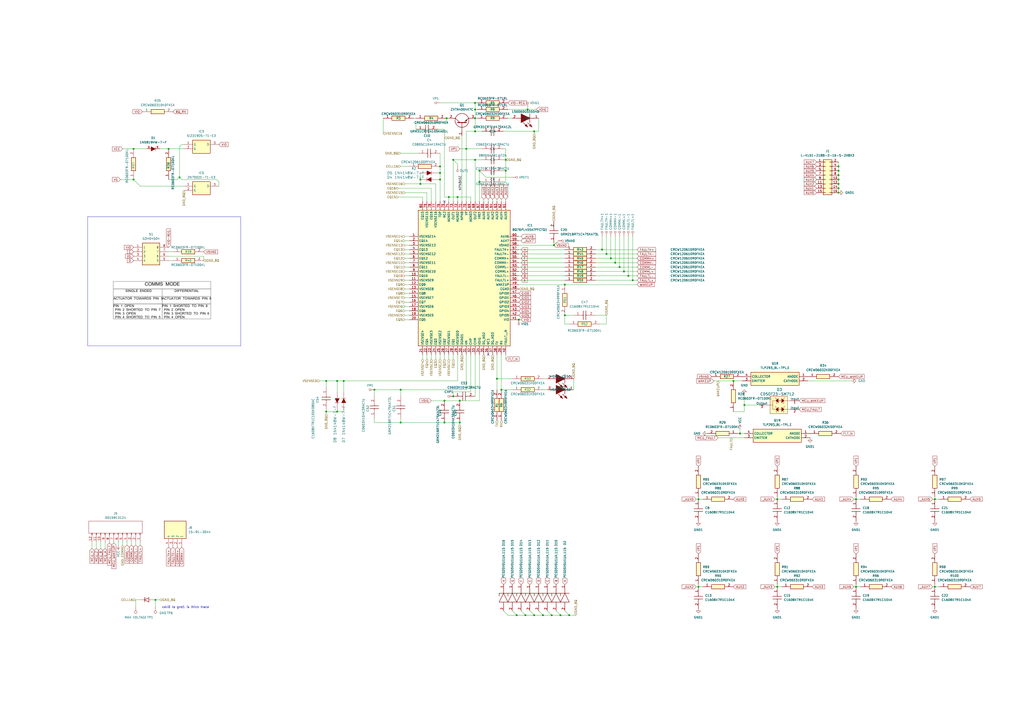
<source format=kicad_sch>
(kicad_sch (version 20230121) (generator eeschema)
  (paper "A2")
  (junction (at 361.95 157.48))
  (junction (at 275.59 63.5))
  (junction (at 542.29 289.56))
  (junction (at 288.29 219.71))
  (junction (at 270.51 86.36))
  (junction (at 266.7 232.41))
  (junction (at 306.07 63.5))
  (junction (at 450.85 289.56))
  (junction (at 266.7 245.11))
  (junction (at 405.13 340.36))
  (junction (at 367.03 162.56))
  (junction (at 486.41 96.52))
  (junction (at 325.12 356.87))
  (junction (at 327.66 165.1))
  (junction (at 265.43 114.3))
  (junction (at 354.33 149.86))
  (junction (at 275.59 68.58))
  (junction (at 314.96 356.87))
  (junction (at 77.47 104.14))
  (junction (at 199.39 220.98))
  (junction (at 275.59 76.2))
  (junction (at 496.57 340.36))
  (junction (at 260.35 114.3))
  (junction (at 257.81 232.41))
  (junction (at 259.08 68.58))
  (junction (at 429.26 251.46))
  (junction (at 486.41 99.06))
  (junction (at 304.8 356.87))
  (junction (at 300.99 185.42))
  (junction (at 243.84 106.68))
  (junction (at 405.13 289.56))
  (junction (at 257.81 245.11))
  (junction (at 275.59 59.69))
  (junction (at 232.41 245.11))
  (junction (at 299.72 356.87))
  (junction (at 431.8 234.95))
  (junction (at 232.41 226.06))
  (junction (at 77.47 86.36))
  (junction (at 275.59 92.71))
  (junction (at 90.17 347.98))
  (junction (at 262.89 229.87))
  (junction (at 450.85 340.36))
  (junction (at 278.13 99.06))
  (junction (at 293.37 92.71))
  (junction (at 262.89 92.71))
  (junction (at 425.45 220.98))
  (junction (at 321.31 142.24))
  (junction (at 486.41 111.76))
  (junction (at 255.27 96.52))
  (junction (at 195.58 220.98))
  (junction (at 351.79 147.32))
  (junction (at 278.13 105.41))
  (junction (at 356.87 152.4))
  (junction (at 359.41 154.94))
  (junction (at 255.27 104.14))
  (junction (at 330.2 356.87))
  (junction (at 104.14 102.87))
  (junction (at 217.17 226.06))
  (junction (at 189.23 220.98))
  (junction (at 243.84 104.14))
  (junction (at 195.58 238.76))
  (junction (at 327.66 182.88))
  (junction (at 97.79 86.36))
  (junction (at 255.27 100.33))
  (junction (at 486.41 109.22))
  (junction (at 486.41 106.68))
  (junction (at 364.49 160.02))
  (junction (at 309.88 76.2))
  (junction (at 290.83 226.06))
  (junction (at 496.57 289.56))
  (junction (at 349.25 144.78))
  (junction (at 293.37 99.06))
  (junction (at 542.29 340.36))
  (junction (at 320.04 356.87))
  (junction (at 309.88 356.87))
  (junction (at 486.41 104.14))
  (junction (at 189.23 238.76))
  (junction (at 486.41 101.6))
  (no_connect (at 257.81 116.84))
  (no_connect (at 283.21 205.74))
  (wire (pts (xy 285.75 115.57) (xy 285.75 116.84)))
  (wire (pts (xy 541.02 289.56) (xy 542.29 289.56)))
  (wire (pts (xy 297.18 102.87) (xy 281.94 102.87)))
  (wire (pts (xy 405.13 288.29) (xy 405.13 289.56)))
  (wire (pts (xy 69.85 104.14) (xy 77.47 104.14)))
  (wire (pts (xy 97.79 148.59) (xy 118.11 148.59)))
  (wire (pts (xy 189.23 238.76) (xy 195.58 238.76)))
  (wire (pts (xy 361.95 137.16) (xy 361.95 157.48)))
  (wire (pts (xy 260.35 205.74) (xy 260.35 208.28)))
  (wire (pts (xy 327.66 182.88) (xy 332.74 182.88)))
  (wire (pts (xy 468.63 220.98) (xy 494.03 220.98)))
  (wire (pts (xy 314.96 356.87) (xy 309.88 356.87)))
  (wire (pts (xy 266.7 245.11) (xy 266.7 246.38)))
  (wire (pts (xy 234.95 172.72) (xy 237.49 172.72)))
  (wire (pts (xy 306.07 63.5) (xy 311.15 63.5)))
  (wire (pts (xy 290.83 205.74) (xy 290.83 226.06)))
  (wire (pts (xy 327.66 165.1) (xy 300.99 165.1)))
  (wire (pts (xy 255.27 96.52) (xy 255.27 100.33)))
  (wire (pts (xy 321.31 142.24) (xy 321.31 140.97)))
  (wire (pts (xy 255.27 205.74) (xy 255.27 208.28)))
  (wire (pts (xy 300.99 139.7) (xy 302.26 139.7)))
  (wire (pts (xy 217.17 245.11) (xy 217.17 242.57)))
  (wire (pts (xy 278.13 232.41) (xy 278.13 205.74)))
  (wire (pts (xy 293.37 86.36) (xy 293.37 92.71)))
  (wire (pts (xy 88.9 347.98) (xy 90.17 347.98)))
  (wire (pts (xy 431.8 234.95) (xy 431.8 238.76)))
  (wire (pts (xy 312.42 68.58) (xy 312.42 76.2)))
  (wire (pts (xy 234.95 165.1) (xy 237.49 165.1)))
  (wire (pts (xy 293.37 99.06) (xy 292.1 99.06)))
  (wire (pts (xy 262.89 227.33) (xy 273.05 227.33)))
  (wire (pts (xy 234.95 167.64) (xy 237.49 167.64)))
  (wire (pts (xy 405.13 340.36) (xy 407.67 340.36)))
  (wire (pts (xy 262.89 116.84) (xy 262.89 92.71)))
  (wire (pts (xy 254 74.93) (xy 257.81 74.93)))
  (wire (pts (xy 278.13 99.06) (xy 279.4 99.06)))
  (wire (pts (xy 257.81 114.3) (xy 260.35 114.3)))
  (wire (pts (xy 300.99 162.56) (xy 327.66 162.56)))
  (wire (pts (xy 364.49 137.16) (xy 364.49 160.02)))
  (wire (pts (xy 127 105.41) (xy 127 107.95)))
  (wire (pts (xy 265.43 114.3) (xy 273.05 114.3)))
  (wire (pts (xy 257.81 74.93) (xy 257.81 114.3)))
  (wire (pts (xy 486.41 106.68) (xy 486.41 109.22)))
  (wire (pts (xy 369.57 144.78) (xy 349.25 144.78)))
  (wire (pts (xy 361.95 157.48) (xy 345.44 157.48)))
  (wire (pts (xy 234.95 142.24) (xy 237.49 142.24)))
  (wire (pts (xy 241.3 71.12) (xy 241.3 74.93)))
  (wire (pts (xy 231.14 109.22) (xy 250.19 109.22)))
  (wire (pts (xy 425.45 220.98) (xy 430.53 220.98)))
  (wire (pts (xy 294.64 63.5) (xy 306.07 63.5)))
  (wire (pts (xy 58.42 314.325) (xy 58.42 318.135)))
  (wire (pts (xy 255.27 59.69) (xy 275.59 59.69)))
  (wire (pts (xy 265.43 114.3) (xy 265.43 116.84)))
  (wire (pts (xy 71.12 86.36) (xy 77.47 86.36)))
  (wire (pts (xy 275.59 68.58) (xy 275.59 63.5)))
  (wire (pts (xy 403.86 289.56) (xy 405.13 289.56)))
  (wire (pts (xy 496.57 289.56) (xy 499.11 289.56)))
  (wire (pts (xy 304.8 356.87) (xy 299.72 356.87)))
  (wire (pts (xy 405.13 339.09) (xy 405.13 340.36)))
  (wire (pts (xy 369.57 154.94) (xy 359.41 154.94)))
  (wire (pts (xy 314.96 226.06) (xy 317.5 226.06)))
  (wire (pts (xy 262.89 92.71) (xy 275.59 92.71)))
  (wire (pts (xy 234.95 106.68) (xy 243.84 106.68)))
  (wire (pts (xy 270.51 86.36) (xy 270.51 116.84)))
  (wire (pts (xy 252.73 106.68) (xy 252.73 116.84)))
  (wire (pts (xy 288.29 115.57) (xy 288.29 116.84)))
  (wire (pts (xy 252.73 208.28) (xy 252.73 205.74)))
  (wire (pts (xy 450.85 288.29) (xy 450.85 289.56)))
  (wire (pts (xy 262.89 208.28) (xy 262.89 205.74)))
  (wire (pts (xy 104.14 102.87) (xy 102.87 104.14)))
  (wire (pts (xy 450.85 339.09) (xy 450.85 340.36)))
  (wire (pts (xy 55.88 314.325) (xy 55.88 318.135)))
  (wire (pts (xy 276.86 59.69) (xy 275.59 59.69)))
  (wire (pts (xy 327.66 165.1) (xy 369.57 165.1)))
  (wire (pts (xy 425.45 238.76) (xy 431.8 238.76)))
  (wire (pts (xy 275.59 59.69) (xy 275.59 63.5)))
  (wire (pts (xy 241.3 71.12) (xy 259.08 71.12)))
  (wire (pts (xy 266.7 232.41) (xy 278.13 232.41)))
  (wire (pts (xy 486.41 109.22) (xy 486.41 111.76)))
  (wire (pts (xy 250.19 109.22) (xy 250.19 116.84)))
  (wire (pts (xy 250.19 232.41) (xy 257.81 232.41)))
  (wire (pts (xy 347.98 187.96) (xy 351.79 187.96)))
  (wire (pts (xy 217.17 226.06) (xy 232.41 226.06)))
  (wire (pts (xy 245.11 205.74) (xy 245.11 208.28)))
  (wire (pts (xy 257.81 245.11) (xy 266.7 245.11)))
  (wire (pts (xy 234.95 160.02) (xy 237.49 160.02)))
  (wire (pts (xy 275.59 205.74) (xy 275.59 229.87)))
  (wire (pts (xy 278.13 116.84) (xy 278.13 105.41)))
  (wire (pts (xy 369.57 147.32) (xy 351.79 147.32)))
  (wire (pts (xy 243.84 100.33) (xy 243.84 104.14)))
  (wire (pts (xy 254 100.33) (xy 255.27 100.33)))
  (wire (pts (xy 66.04 314.325) (xy 66.04 314.96)))
  (wire (pts (xy 234.95 139.7) (xy 237.49 139.7)))
  (wire (pts (xy 290.83 115.57) (xy 290.83 116.84)))
  (wire (pts (xy 369.57 149.86) (xy 354.33 149.86)))
  (wire (pts (xy 217.17 226.06) (xy 217.17 229.87)))
  (wire (pts (xy 255.27 104.14) (xy 255.27 116.84)))
  (wire (pts (xy 359.41 154.94) (xy 345.44 154.94)))
  (wire (pts (xy 302.26 354.33) (xy 304.8 356.87)))
  (wire (pts (xy 71.12 314.325) (xy 71.12 316.23)))
  (wire (pts (xy 332.74 219.71) (xy 332.74 226.06)))
  (wire (pts (xy 349.25 137.16) (xy 349.25 144.78)))
  (wire (pts (xy 300.99 157.48) (xy 327.66 157.48)))
  (wire (pts (xy 260.35 114.3) (xy 260.35 116.84)))
  (wire (pts (xy 405.13 289.56) (xy 407.67 289.56)))
  (wire (pts (xy 317.5 354.33) (xy 320.04 356.87)))
  (wire (pts (xy 300.99 149.86) (xy 327.66 149.86)))
  (wire (pts (xy 306.07 62.23) (xy 306.07 63.5)))
  (wire (pts (xy 273.05 116.84) (xy 273.05 114.3)))
  (wire (pts (xy 78.74 314.325) (xy 78.74 316.23)))
  (wire (pts (xy 369.57 162.56) (xy 367.03 162.56)))
  (wire (pts (xy 278.13 105.41) (xy 278.13 99.06)))
  (wire (pts (xy 234.95 149.86) (xy 237.49 149.86)))
  (wire (pts (xy 234.95 180.34) (xy 237.49 180.34)))
  (wire (pts (xy 486.41 101.6) (xy 486.41 104.14)))
  (wire (pts (xy 429.26 248.92) (xy 429.26 251.46)))
  (wire (pts (xy 334.01 356.87) (xy 330.2 356.87)))
  (wire (pts (xy 189.23 238.76) (xy 189.23 240.03)))
  (wire (pts (xy 195.58 238.76) (xy 199.39 238.76)))
  (wire (pts (xy 257.81 208.28) (xy 257.81 205.74)))
  (wire (pts (xy 327.66 354.33) (xy 330.2 356.87)))
  (wire (pts (xy 234.95 154.94) (xy 237.49 154.94)))
  (wire (pts (xy 234.95 137.16) (xy 237.49 137.16)))
  (wire (pts (xy 542.29 289.56) (xy 544.83 289.56)))
  (wire (pts (xy 414.02 220.98) (xy 425.45 220.98)))
  (wire (pts (xy 367.03 162.56) (xy 345.44 162.56)))
  (wire (pts (xy 300.99 147.32) (xy 327.66 147.32)))
  (wire (pts (xy 450.85 340.36) (xy 453.39 340.36)))
  (wire (pts (xy 364.49 160.02) (xy 345.44 160.02)))
  (wire (pts (xy 292.1 76.2) (xy 309.88 76.2)))
  (wire (pts (xy 266.7 86.36) (xy 270.51 86.36)))
  (wire (pts (xy 359.41 137.16) (xy 359.41 154.94)))
  (wire (pts (xy 312.42 354.33) (xy 314.96 356.87)))
  (wire (pts (xy 349.25 144.78) (xy 345.44 144.78)))
  (wire (pts (xy 290.83 226.06) (xy 297.18 226.06)))
  (wire (pts (xy 97.79 86.36) (xy 106.68 86.36)))
  (wire (pts (xy 255.27 88.9) (xy 255.27 96.52)))
  (wire (pts (xy 73.66 314.325) (xy 73.66 316.23)))
  (wire (pts (xy 486.41 96.52) (xy 486.41 99.06)))
  (wire (pts (xy 292.1 105.41) (xy 293.37 105.41)))
  (wire (pts (xy 327.66 187.96) (xy 327.66 182.88)))
  (wire (pts (xy 288.29 219.71) (xy 288.29 226.06)))
  (wire (pts (xy 416.56 254) (xy 431.8 254)))
  (wire (pts (xy 104.14 102.87) (xy 105.41 104.14)))
  (wire (pts (xy 320.04 356.87) (xy 314.96 356.87)))
  (wire (pts (xy 195.58 220.98) (xy 195.58 227.33)))
  (wire (pts (xy 280.67 115.57) (xy 280.67 116.84)))
  (wire (pts (xy 78.74 347.98) (xy 81.28 347.98)))
  (wire (pts (xy 275.59 92.71) (xy 275.59 116.84)))
  (wire (pts (xy 234.95 157.48) (xy 237.49 157.48)))
  (wire (pts (xy 217.17 245.11) (xy 232.41 245.11)))
  (wire (pts (xy 449.58 340.36) (xy 450.85 340.36)))
  (wire (pts (xy 288.29 219.71) (xy 297.18 219.71)))
  (wire (pts (xy 283.21 115.57) (xy 283.21 116.84)))
  (wire (pts (xy 234.95 177.8) (xy 237.49 177.8)))
  (wire (pts (xy 322.58 354.33) (xy 325.12 356.87)))
  (wire (pts (xy 232.41 242.57) (xy 232.41 245.11)))
  (wire (pts (xy 234.95 185.42) (xy 237.49 185.42)))
  (wire (pts (xy 351.79 187.96) (xy 351.79 182.88)))
  (wire (pts (xy 293.37 208.28) (xy 293.37 205.74)))
  (wire (pts (xy 275.59 92.71) (xy 279.4 92.71)))
  (wire (pts (xy 293.37 92.71) (xy 293.37 99.06)))
  (wire (pts (xy 293.37 115.57) (xy 293.37 116.84)))
  (wire (pts (xy 270.51 86.36) (xy 279.4 86.36)))
  (wire (pts (xy 231.14 114.3) (xy 245.11 114.3)))
  (wire (pts (xy 542.29 339.09) (xy 542.29 340.36)))
  (wire (pts (xy 496.57 288.29) (xy 496.57 289.56)))
  (wire (pts (xy 78.74 347.98) (xy 78.74 351.79)))
  (wire (pts (xy 104.14 85.09) (xy 104.14 102.87)))
  (wire (pts (xy 486.41 104.14) (xy 486.41 106.68)))
  (wire (pts (xy 270.51 226.06) (xy 232.41 226.06)))
  (wire (pts (xy 265.43 95.25) (xy 265.43 96.52)))
  (wire (pts (xy 259.08 68.58) (xy 260.35 68.58)))
  (wire (pts (xy 541.02 340.36) (xy 542.29 340.36)))
  (wire (pts (xy 199.39 220.98) (xy 199.39 227.33)))
  (wire (pts (xy 195.58 238.76) (xy 195.58 237.49)))
  (wire (pts (xy 237.49 96.52) (xy 232.41 96.52)))
  (wire (pts (xy 106.68 107.95) (xy 81.28 107.95)))
  (wire (pts (xy 356.87 137.16) (xy 356.87 152.4)))
  (wire (pts (xy 275.59 68.58) (xy 276.86 68.58)))
  (wire (pts (xy 288.29 205.74) (xy 288.29 219.71)))
  (wire (pts (xy 259.08 68.58) (xy 259.08 71.12)))
  (wire (pts (xy 265.43 220.98) (xy 265.43 205.74)))
  (wire (pts (xy 262.89 229.87) (xy 262.89 227.33)))
  (wire (pts (xy 351.79 137.16) (xy 351.79 147.32)))
  (wire (pts (xy 300.99 142.24) (xy 321.31 142.24)))
  (wire (pts (xy 299.72 356.87) (xy 294.64 356.87)))
  (wire (pts (xy 302.26 137.16) (xy 300.99 137.16)))
  (wire (pts (xy 294.64 356.87) (xy 292.1 354.33)))
  (wire (pts (xy 495.3 289.56) (xy 496.57 289.56)))
  (wire (pts (xy 300.99 160.02) (xy 327.66 160.02)))
  (wire (pts (xy 431.8 228.6) (xy 431.8 234.95)))
  (wire (pts (xy 542.29 288.29) (xy 542.29 289.56)))
  (wire (pts (xy 429.26 251.46) (xy 427.99 251.46)))
  (wire (pts (xy 234.95 152.4) (xy 237.49 152.4)))
  (wire (pts (xy 105.41 83.82) (xy 104.14 85.09)))
  (wire (pts (xy 300.99 144.78) (xy 327.66 144.78)))
  (wire (pts (xy 81.28 107.95) (xy 77.47 104.14)))
  (wire (pts (xy 312.42 76.2) (xy 309.88 76.2)))
  (wire (pts (xy 199.39 238.76) (xy 199.39 237.49)))
  (wire (pts (xy 273.05 205.74) (xy 273.05 227.33)))
  (wire (pts (xy 367.03 137.16) (xy 367.03 162.56)))
  (wire (pts (xy 293.37 105.41) (xy 293.37 99.06)))
  (wire (pts (xy 354.33 149.86) (xy 345.44 149.86)))
  (wire (pts (xy 76.2 314.325) (xy 76.2 316.23)))
  (wire (pts (xy 243.84 106.68) (xy 252.73 106.68)))
  (wire (pts (xy 330.2 187.96) (xy 327.66 187.96)))
  (wire (pts (xy 496.57 339.09) (xy 496.57 340.36)))
  (wire (pts (xy 245.11 114.3) (xy 245.11 116.84)))
  (wire (pts (xy 255.27 100.33) (xy 255.27 104.14)))
  (wire (pts (xy 60.96 314.325) (xy 60.96 318.135)))
  (wire (pts (xy 63.5 314.325) (xy 63.5 314.96)))
  (wire (pts (xy 431.8 234.95) (xy 440.69 234.95)))
  (wire (pts (xy 278.13 105.41) (xy 279.4 105.41)))
  (wire (pts (xy 81.28 314.325) (xy 81.28 316.23)))
  (wire (pts (xy 222.25 68.58) (xy 222.25 77.47)))
  (wire (pts (xy 240.03 68.58) (xy 241.3 68.58)))
  (wire (pts (xy 90.17 347.98) (xy 90.17 351.79)))
  (wire (pts (xy 234.95 111.76) (xy 247.65 111.76)))
  (wire (pts (xy 105.41 104.14) (xy 125.73 104.14)))
  (wire (pts (xy 270.51 205.74) (xy 270.51 226.06)))
  (wire (pts (xy 195.58 220.98) (xy 199.39 220.98)))
  (wire (pts (xy 118.11 148.59) (xy 118.11 151.13)))
  (wire (pts (xy 260.35 114.3) (xy 265.43 114.3)))
  (wire (pts (xy 234.95 144.78) (xy 237.49 144.78)))
  (wire (pts (xy 351.79 147.32) (xy 345.44 147.32)))
  (wire (pts (xy 262.89 92.71) (xy 265.43 95.25)))
  (wire (pts (xy 77.47 86.36) (xy 85.09 86.36)))
  (wire (pts (xy 189.23 220.98) (xy 189.23 224.79)))
  (wire (pts (xy 270.51 76.2) (xy 270.51 86.36)))
  (wire (pts (xy 297.18 354.33) (xy 299.72 356.87)))
  (wire (pts (xy 486.41 99.06) (xy 486.41 101.6)))
  (wire (pts (xy 275.59 76.2) (xy 279.4 76.2)))
  (wire (pts (xy 234.95 182.88) (xy 237.49 182.88)))
  (wire (pts (xy 486.41 93.98) (xy 486.41 96.52)))
  (wire (pts (xy 294.64 68.58) (xy 297.18 68.58)))
  (wire (pts (xy 234.95 162.56) (xy 237.49 162.56)))
  (wire (pts (xy 449.58 289.56) (xy 450.85 289.56)))
  (wire (pts (xy 542.29 340.36) (xy 544.83 340.36)))
  (wire (pts (xy 275.59 63.5) (xy 276.86 63.5)))
  (wire (pts (xy 369.57 160.02) (xy 364.49 160.02)))
  (wire (pts (xy 309.88 356.87) (xy 304.8 356.87)))
  (wire (pts (xy 185.42 220.98) (xy 189.23 220.98)))
  (wire (pts (xy 199.39 220.98) (xy 265.43 220.98)))
  (wire (pts (xy 293.37 92.71) (xy 292.1 92.71)))
  (wire (pts (xy 234.95 147.32) (xy 237.49 147.32)))
  (wire (pts (xy 267.97 78.74) (xy 267.97 116.84)))
  (wire (pts (xy 403.86 340.36) (xy 405.13 340.36)))
  (wire (pts (xy 257.81 232.41) (xy 266.7 232.41)))
  (wire (pts (xy 300.99 185.42) (xy 302.26 185.42)))
  (wire (pts (xy 275.59 76.2) (xy 270.51 76.2)))
  (wire (pts (xy 309.88 76.2) (xy 309.88 77.47)))
  (wire (pts (xy 234.95 170.18) (xy 237.49 170.18)))
  (wire (pts (xy 247.65 208.28) (xy 247.65 205.74)))
  (wire (pts (xy 254 104.14) (xy 255.27 104.14)))
  (wire (pts (xy 68.58 314.325) (xy 68.58 316.23)))
  (wire (pts (xy 307.34 354.33) (xy 309.88 356.87)))
  (wire (pts (xy 369.57 152.4) (xy 356.87 152.4)))
  (wire (pts (xy 232.41 88.9) (xy 242.57 88.9)))
  (wire (pts (xy 369.57 157.48) (xy 361.95 157.48)))
  (wire (pts (xy 97.79 151.13) (xy 100.33 151.13)))
  (wire (pts (xy 300.99 152.4) (xy 327.66 152.4)))
  (wire (pts (xy 330.2 356.87) (xy 325.12 356.87)))
  (wire (pts (xy 325.12 356.87) (xy 320.04 356.87)))
  (wire (pts (xy 189.23 220.98) (xy 195.58 220.98)))
  (wire (pts (xy 496.57 340.36) (xy 499.11 340.36)))
  (wire (pts (xy 243.84 104.14) (xy 243.84 106.68)))
  (wire (pts (xy 250.19 205.74) (xy 250.19 208.28)))
  (wire (pts (xy 232.41 245.11) (xy 257.81 245.11)))
  (wire (pts (xy 53.34 314.325) (xy 53.34 318.135)))
  (wire (pts (xy 314.96 219.71) (xy 317.5 219.71)))
  (wire (pts (xy 92.71 86.36) (xy 97.79 86.36)))
  (wire (pts (xy 292.1 86.36) (xy 293.37 86.36)))
  (wire (pts (xy 323.85 139.7) (xy 321.31 142.24)))
  (wire (pts (xy 106.68 83.82) (xy 105.41 83.82)))
  (wire (pts (xy 429.26 251.46) (xy 431.8 251.46)))
  (wire (pts (xy 189.23 237.49) (xy 189.23 238.76)))
  (wire (pts (xy 97.79 146.05) (xy 100.33 146.05)))
  (wire (pts (xy 356.87 152.4) (xy 345.44 152.4)))
  (wire (pts (xy 495.3 340.36) (xy 496.57 340.36)))
  (wire (pts (xy 90.17 347.98) (xy 92.71 347.98)))
  (wire (pts (xy 125.73 104.14) (xy 127 105.41)))
  (wire (pts (xy 97.79 104.14) (xy 102.87 104.14)))
  (wire (pts (xy 232.41 226.06) (xy 232.41 229.87)))
  (wire (pts (xy 300.99 154.94) (xy 327.66 154.94)))
  (wire (pts (xy 345.44 182.88) (xy 351.79 182.88)))
  (wire (pts (xy 354.33 137.16) (xy 354.33 149.86)))
  (wire (pts (xy 450.85 289.56) (xy 453.39 289.56)))
  (wire (pts (xy 275.59 68.58) (xy 275.59 76.2)))
  (wire (pts (xy 281.94 102.87) (xy 278.13 99.06)))
  (wire (pts (xy 247.65 111.76) (xy 247.65 116.84)))
  (wire (pts (xy 234.95 175.26) (xy 237.49 175.26)))
  (rectangle (start 50.8 125.73) (end 139.7 200.66))
  (image (at 93.98 173.99) (scale 1.23967))
  (text "cell0 to gnd1 is thick trace" (at 93.98 353.06 0) (effects (font (size 1.27 1.27)) (justify left bottom)))
  (label "NPNBASE" (at 267.97 110.49 90))
  (global_label "AUX6" (shape input) (at 473.71 96.52 180) (property "Intersheetrefs" "${INTERSHEET_REFS}" (effects hide)))
  (global_label "COMML+" (shape input) (at 369.57 157.48 0) (property "Intersheetrefs" "${INTERSHEET_REFS}" (effects hide)))
  (global_label "MCU_A" (shape input) (at 60.96 318.135 270) (property "Intersheetrefs" "${INTERSHEET_REFS}" (effects hide)))
  (global_label "VDIG" (shape input) (at 311.15 63.5 0) (property "Intersheetrefs" "${INTERSHEET_REFS}" (effects hide)))
  (global_label "FAULTH-" (shape input) (at 100.33 317.5 270) (property "Intersheetrefs" "${INTERSHEET_REFS}" (effects hide)))
  (global_label "FLT_N" (shape input) (at 487.68 251.46 0) (property "Intersheetrefs" "${INTERSHEET_REFS}" (effects hide)))
  (global_label "_AUX3" (shape input) (at 288.29 115.57 90) (property "Intersheetrefs" "${INTERSHEET_REFS}" (effects hide)))
  (global_label "GIO4" (shape input) (at 300.99 180.34 0) (property "Intersheetrefs" "${INTERSHEET_REFS}" (effects hide)))
  (global_label "_AUX4" (shape input) (at 495.3 289.56 180) (property "Intersheetrefs" "${INTERSHEET_REFS}" (effects hide)))
  (global_label "V5VAO" (shape input) (at 118.11 146.05 0) (property "Intersheetrefs" "${INTERSHEET_REFS}" (effects hide)))
  (global_label "GIO0" (shape input) (at 300.99 170.18 0) (property "Intersheetrefs" "${INTERSHEET_REFS}" (effects hide)))
  (global_label "AUX5" (shape input) (at 562.61 289.56 0) (property "Intersheetrefs" "${INTERSHEET_REFS}" (effects hide)))
  (global_label "_AUX2" (shape input) (at 285.75 115.57 90) (property "Intersheetrefs" "${INTERSHEET_REFS}" (effects hide)))
  (global_label "MCU_WAKEUP" (shape input) (at 463.55 232.41 0) (property "Intersheetrefs" "${INTERSHEET_REFS}" (effects hide)))
  (global_label "AUX6" (shape input) (at 516.89 340.36 0) (property "Intersheetrefs" "${INTERSHEET_REFS}" (effects hide)))
  (global_label "FAULTL-" (shape input) (at 78.74 316.23 270) (property "Intersheetrefs" "${INTERSHEET_REFS}" (effects hide)))
  (global_label "A" (shape input) (at 302.26 162.56 0) (property "Intersheetrefs" "${INTERSHEET_REFS}" (effects hide)))
  (global_label "GIO1" (shape input) (at 300.99 172.72 0) (property "Intersheetrefs" "${INTERSHEET_REFS}" (effects hide)))
  (global_label "MCU_WAKEUP" (shape input) (at 66.04 314.96 270) (property "Intersheetrefs" "${INTERSHEET_REFS}" (effects hide)))
  (global_label "FAULTH+" (shape input) (at 369.57 144.78 0) (property "Intersheetrefs" "${INTERSHEET_REFS}" (effects hide)))
  (global_label "FLT_N" (shape input) (at 293.37 208.28 0) (property "Intersheetrefs" "${INTERSHEET_REFS}" (effects hide)))
  (global_label "FAULTL+" (shape input) (at 81.28 316.23 270) (property "Intersheetrefs" "${INTERSHEET_REFS}" (effects hide)))
  (global_label "COMMH+" (shape input) (at 369.57 149.86 0) (property "Intersheetrefs" "${INTERSHEET_REFS}" (effects hide)))
  (global_label "VDIG" (shape input) (at 250.19 232.41 180) (property "Intersheetrefs" "${INTERSHEET_REFS}" (effects hide)))
  (global_label "VG" (shape input) (at 77.47 148.59 180) (property "Intersheetrefs" "${INTERSHEET_REFS}" (effects hide)))
  (global_label "VP1" (shape input) (at 496.57 321.31 90) (property "Intersheetrefs" "${INTERSHEET_REFS}" (effects hide)))
  (global_label "E" (shape input) (at 302.26 152.4 0) (property "Intersheetrefs" "${INTERSHEET_REFS}" (effects hide)))
  (global_label "_AUX5" (shape input) (at 293.37 115.57 90) (property "Intersheetrefs" "${INTERSHEET_REFS}" (effects hide)))
  (global_label "VP1" (shape input) (at 405.13 321.31 90) (property "Intersheetrefs" "${INTERSHEET_REFS}" (effects hide)))
  (global_label "_AUX6" (shape input) (at 495.3 340.36 180) (property "Intersheetrefs" "${INTERSHEET_REFS}" (effects hide)))
  (global_label "_AUX3" (shape input) (at 449.58 340.36 180) (property "Intersheetrefs" "${INTERSHEET_REFS}" (effects hide)))
  (global_label "D" (shape input) (at 312.42 339.09 90) (property "Intersheetrefs" "${INTERSHEET_REFS}" (effects hide)))
  (global_label "WAKEUP" (shape input) (at 369.57 165.1 0) (property "Intersheetrefs" "${INTERSHEET_REFS}" (effects hide)))
  (global_label "V5VAO" (shape input) (at 321.31 142.24 0) (property "Intersheetrefs" "${INTERSHEET_REFS}" (effects hide)))
  (global_label "B" (shape input) (at 322.58 339.09 90) (property "Intersheetrefs" "${INTERSHEET_REFS}" (effects hide)))
  (global_label "E" (shape input) (at 307.34 339.09 90) (property "Intersheetrefs" "${INTERSHEET_REFS}" (effects hide)))
  (global_label "V5VAO" (shape input) (at 412.75 218.44 180) (property "Intersheetrefs" "${INTERSHEET_REFS}" (effects hide)))
  (global_label "COMML-" (shape input) (at 369.57 154.94 0) (property "Intersheetrefs" "${INTERSHEET_REFS}" (effects hide)))
  (global_label "C" (shape input) (at 302.26 157.48 0) (property "Intersheetrefs" "${INTERSHEET_REFS}" (effects hide)))
  (global_label "_AUX4" (shape input) (at 290.83 115.57 90) (property "Intersheetrefs" "${INTERSHEET_REFS}" (effects hide)))
  (global_label "AUX0" (shape input) (at 425.45 289.56 0) (property "Intersheetrefs" "${INTERSHEET_REFS}" (effects hide)))
  (global_label "FAULTL+" (shape input) (at 369.57 162.56 0) (property "Intersheetrefs" "${INTERSHEET_REFS}" (effects hide)))
  (global_label "C" (shape input) (at 77.47 146.05 180) (property "Intersheetrefs" "${INTERSHEET_REFS}" (effects hide)))
  (global_label "_AUX1" (shape input) (at 449.58 289.56 180) (property "Intersheetrefs" "${INTERSHEET_REFS}" (effects hide)))
  (global_label "AUX4" (shape input) (at 473.71 101.6 180) (property "Intersheetrefs" "${INTERSHEET_REFS}" (effects hide)))
  (global_label "AUX5" (shape input) (at 473.71 99.06 180) (property "Intersheetrefs" "${INTERSHEET_REFS}" (effects hide)))
  (global_label "GIO3" (shape input) (at 300.99 177.8 0) (property "Intersheetrefs" "${INTERSHEET_REFS}" (effects hide)))
  (global_label "AUX1" (shape input) (at 471.17 289.56 0) (property "Intersheetrefs" "${INTERSHEET_REFS}" (effects hide)))
  (global_label "VIO-REG" (shape input) (at 97.79 143.51 90) (property "Intersheetrefs" "${INTERSHEET_REFS}" (effects hide)))
  (global_label "AUX7" (shape input) (at 473.71 93.98 180) (property "Intersheetrefs" "${INTERSHEET_REFS}" (effects hide)))
  (global_label "VP1" (shape input) (at 496.57 270.51 90) (property "Intersheetrefs" "${INTERSHEET_REFS}" (effects hide)))
  (global_label "MCU_FAULT" (shape input) (at 63.5 314.96 270) (property "Intersheetrefs" "${INTERSHEET_REFS}" (effects hide)))
  (global_label "D" (shape input) (at 302.26 154.94 0) (property "Intersheetrefs" "${INTERSHEET_REFS}" (effects hide)))
  (global_label "VIO" (shape input) (at 302.26 185.42 0) (property "Intersheetrefs" "${INTERSHEET_REFS}" (effects hide)))
  (global_label "B" (shape input) (at 302.26 160.02 0) (property "Intersheetrefs" "${INTERSHEET_REFS}" (effects hide)))
  (global_label "AUX2" (shape input) (at 473.71 106.68 180) (property "Intersheetrefs" "${INTERSHEET_REFS}" (effects hide)))
  (global_label "MCU_Y" (shape input) (at 53.34 318.135 270) (property "Intersheetrefs" "${INTERSHEET_REFS}" (effects hide)))
  (global_label "F" (shape input) (at 302.26 149.86 0) (property "Intersheetrefs" "${INTERSHEET_REFS}" (effects hide)))
  (global_label "FAULTH-" (shape input) (at 369.57 147.32 0) (property "Intersheetrefs" "${INTERSHEET_REFS}" (effects hide)))
  (global_label "COMMH+" (shape input) (at 102.87 317.5 270) (property "Intersheetrefs" "${INTERSHEET_REFS}" (effects hide)))
  (global_label "VP1" (shape input) (at 450.85 270.51 90) (property "Intersheetrefs" "${INTERSHEET_REFS}" (effects hide)))
  (global_label "G" (shape input) (at 297.18 339.09 90) (property "Intersheetrefs" "${INTERSHEET_REFS}" (effects hide)))
  (global_label "VP1" (shape input) (at 405.13 270.51 90) (property "Intersheetrefs" "${INTERSHEET_REFS}" (effects hide)))
  (global_label "AUX4" (shape input) (at 516.89 289.56 0) (property "Intersheetrefs" "${INTERSHEET_REFS}" (effects hide)))
  (global_label "MCU_FAULT" (shape input) (at 463.55 237.49 0) (property "Intersheetrefs" "${INTERSHEET_REFS}" (effects hide)))
  (global_label "_AUX7" (shape input) (at 302.26 139.7 0) (property "Intersheetrefs" "${INTERSHEET_REFS}" (effects hide)))
  (global_label "_AUX0" (shape input) (at 280.67 115.57 90) (property "Intersheetrefs" "${INTERSHEET_REFS}" (effects hide)))
  (global_label "VP1" (shape input) (at 266.7 86.36 180) (property "Intersheetrefs" "${INTERSHEET_REFS}" (effects hide)))
  (global_label "VP1" (shape input) (at 450.85 321.31 90) (property "Intersheetrefs" "${INTERSHEET_REFS}" (effects hide)))
  (global_label "_AUX2" (shape input) (at 403.86 340.36 180) (property "Intersheetrefs" "${INTERSHEET_REFS}" (effects hide)))
  (global_label "COMMH-" (shape input) (at 369.57 152.4 0) (property "Intersheetrefs" "${INTERSHEET_REFS}" (effects hide)))
  (global_label "VIO" (shape input) (at 127 83.82 0) (property "Intersheetrefs" "${INTERSHEET_REFS}" (effects hide)))
  (global_label "C" (shape input) (at 317.5 339.09 90) (property "Intersheetrefs" "${INTERSHEET_REFS}" (effects hide)))
  (global_label "AUX2" (shape input) (at 425.45 340.36 0) (property "Intersheetrefs" "${INTERSHEET_REFS}" (effects hide)))
  (global_label "MCU_B" (shape input) (at 58.42 318.135 270) (property "Intersheetrefs" "${INTERSHEET_REFS}" (effects hide)))
  (global_label "MCU_FAULT" (shape input) (at 416.56 254 180) (property "Intersheetrefs" "${INTERSHEET_REFS}" (effects hide)))
  (global_label "VCC" (shape input) (at 71.12 86.36 180) (property "Intersheetrefs" "${INTERSHEET_REFS}" (effects hide)))
  (global_label "VP1" (shape input) (at 542.29 321.31 90) (property "Intersheetrefs" "${INTERSHEET_REFS}" (effects hide)))
  (global_label "VIO" (shape input) (at 77.47 143.51 180) (property "Intersheetrefs" "${INTERSHEET_REFS}" (effects hide)))
  (global_label "AUX3" (shape input) (at 471.17 340.36 0) (property "Intersheetrefs" "${INTERSHEET_REFS}" (effects hide)))
  (global_label "BQ_RX" (shape input) (at 100.33 64.77 0) (property "Intersheetrefs" "${INTERSHEET_REFS}" (effects hide)))
  (global_label "_AUX7" (shape input) (at 541.02 340.36 180) (property "Intersheetrefs" "${INTERSHEET_REFS}" (effects hide)))
  (global_label "AUX7" (shape input) (at 562.61 340.36 0) (property "Intersheetrefs" "${INTERSHEET_REFS}" (effects hide)))
  (global_label "WAKEUP" (shape input) (at 414.02 220.98 180) (property "Intersheetrefs" "${INTERSHEET_REFS}" (effects hide)))
  (global_label "A" (shape input) (at 327.66 339.09 90) (property "Intersheetrefs" "${INTERSHEET_REFS}" (effects hide)))
  (global_label "GIO5" (shape input) (at 300.99 182.88 0) (property "Intersheetrefs" "${INTERSHEET_REFS}" (effects hide)))
  (global_label "F" (shape input) (at 302.26 339.09 90) (property "Intersheetrefs" "${INTERSHEET_REFS}" (effects hide)))
  (global_label "H" (shape input) (at 302.26 144.78 0) (property "Intersheetrefs" "${INTERSHEET_REFS}" (effects hide)))
  (global_label "GIO2" (shape input) (at 300.99 175.26 0) (property "Intersheetrefs" "${INTERSHEET_REFS}" (effects hide)))
  (global_label "MCU_WAKEUP" (shape input) (at 486.41 218.44 0) (property "Intersheetrefs" "${INTERSHEET_REFS}" (effects hide)))
  (global_label "_AUX0" (shape input) (at 403.86 289.56 180) (property "Intersheetrefs" "${INTERSHEET_REFS}" (effects hide)))
  (global_label "FAULTL-" (shape input) (at 369.57 160.02 0) (property "Intersheetrefs" "${INTERSHEET_REFS}" (effects hide)))
  (global_label "H" (shape input) (at 292.1 339.09 90) (property "Intersheetrefs" "${INTERSHEET_REFS}" (effects hide)))
  (global_label "AUX1" (shape input) (at 473.71 109.22 180) (property "Intersheetrefs" "${INTERSHEET_REFS}" (effects hide)))
  (global_label "VIO-REG" (shape input) (at 294.64 59.69 0) (property "Intersheetrefs" "${INTERSHEET_REFS}" (effects hide)))
  (global_label "AUX0" (shape input) (at 473.71 111.76 180) (property "Intersheetrefs" "${INTERSHEET_REFS}" (effects hide)))
  (global_label "D" (shape input) (at 77.47 151.13 180) (property "Intersheetrefs" "${INTERSHEET_REFS}" (effects hide)))
  (global_label "G" (shape input) (at 302.26 147.32 0) (property "Intersheetrefs" "${INTERSHEET_REFS}" (effects hide)))
  (global_label "_AUX6" (shape input) (at 302.26 137.16 0) (property "Intersheetrefs" "${INTERSHEET_REFS}" (effects hide)))
  (global_label "VIO" (shape input) (at 82.55 64.77 180) (property "Intersheetrefs" "${INTERSHEET_REFS}" (effects hide)))
  (global_label "COMML+" (shape input) (at 76.2 316.23 270) (property "Intersheetrefs" "${INTERSHEET_REFS}" (effects hide)))
  (global_label "FAULTH+" (shape input) (at 97.79 317.5 270) (property "Intersheetrefs" "${INTERSHEET_REFS}" (effects hide)))
  (global_label "_AUX1" (shape input) (at 283.21 115.57 90) (property "Intersheetrefs" "${INTERSHEET_REFS}" (effects hide)))
  (global_label "AUX3" (shape input) (at 473.71 104.14 180) (property "Intersheetrefs" "${INTERSHEET_REFS}" (effects hide)))
  (global_label "MCU_Z" (shape input) (at 55.88 318.135 270) (property "Intersheetrefs" "${INTERSHEET_REFS}" (effects hide)))
  (global_label "_AUX5" (shape input) (at 541.02 289.56 180) (property "Intersheetrefs" "${INTERSHEET_REFS}" (effects hide)))
  (global_label "COMML-" (shape input) (at 73.66 316.23 270) (property "Intersheetrefs" "${INTERSHEET_REFS}" (effects hide)))
  (global_label "VG" (shape input) (at 69.85 104.14 180) (property "Intersheetrefs" "${INTERSHEET_REFS}" (effects hide)))
  (global_label "VP1" (shape input) (at 542.29 270.51 90) (property "Intersheetrefs" "${INTERSHEET_REFS}" (effects hide)))
  (global_label "COMMH-" (shape input) (at 105.41 317.5 270) (property "Intersheetrefs" "${INTERSHEET_REFS}" (effects hide)))
  (hierarchical_label "EQ16" (shape input) (at 231.14 109.22 180))
  (hierarchical_label "EQ7" (shape input) (at 234.95 175.26 180))
  (hierarchical_label "GND_BQ" (shape input) (at 334.01 356.87 90))
  (hierarchical_label "EQ12" (shape input) (at 234.95 149.86 180))
  (hierarchical_label "WAKEUP" (shape input) (at 416.56 220.98 270))
  (hierarchical_label "GND_BQ" (shape input) (at 285.75 205.74 270))
  (hierarchical_label "GND_BQ" (shape input) (at 351.79 182.88 90))
  (hierarchical_label "VSENSE12" (shape input) (at 234.95 147.32 180))
  (hierarchical_label "CELL16" (shape input) (at 232.41 96.52 180))
  (hierarchical_label "GND_COMM" (shape input) (at 71.12 316.23 270))
  (hierarchical_label "GND_BQ" (shape input) (at 293.37 92.71 0))
  (hierarchical_label "EQ6" (shape input) (at 234.95 180.34 180))
  (hierarchical_label "EQ3" (shape input) (at 252.73 208.28 270))
  (hierarchical_label "VSENSE14" (shape input) (at 234.95 137.16 180))
  (hierarchical_label "GND_BQ" (shape input) (at 92.71 347.98 0))
  (hierarchical_label "VSENSE2" (shape input) (at 255.27 208.28 270))
  (hierarchical_label "GND_BQ" (shape input) (at 257.81 80.01 0))
  (hierarchical_label "EQ14" (shape input) (at 234.95 139.7 180))
  (hierarchical_label "GND_BQ" (shape input) (at 189.23 240.03 270))
  (hierarchical_label "VSENSE3" (shape input) (at 250.19 208.28 270))
  (hierarchical_label "VSENSE7" (shape input) (at 234.95 172.72 180))
  (hierarchical_label "VSENSE4" (shape input) (at 245.11 208.28 270))
  (hierarchical_label "GND_BQ" (shape input) (at 332.74 219.71 90))
  (hierarchical_label "CELL16" (shape input) (at 78.74 347.98 180))
  (hierarchical_label "VSENSE8" (shape input) (at 234.95 167.64 180))
  (hierarchical_label "EQ5" (shape input) (at 234.95 185.42 180))
  (hierarchical_label "VSENSE15" (shape input) (at 234.95 111.76 180))
  (hierarchical_label "RX" (shape input) (at 290.83 243.84 270))
  (hierarchical_label "TX" (shape input) (at 288.29 243.84 270))
  (hierarchical_label "VSENSE16" (shape input) (at 222.25 77.47 0))
  (hierarchical_label "EQ9" (shape input) (at 234.95 165.1 180))
  (hierarchical_label "EQ13" (shape input) (at 234.95 144.78 180))
  (hierarchical_label "GND_BQ" (shape input) (at 280.67 205.74 270))
  (hierarchical_label "EQ1" (shape input) (at 262.89 208.28 270))
  (hierarchical_label "EQ11" (shape input) (at 234.95 154.94 180))
  (hierarchical_label "GND_BQ" (shape input) (at 118.11 151.13 0))
  (hierarchical_label "VSENSE0" (shape input) (at 185.42 220.98 180))
  (hierarchical_label "VSENSE6" (shape input) (at 234.95 177.8 180))
  (hierarchical_label "VSENSE13" (shape input) (at 234.95 142.24 180))
  (hierarchical_label "VSENSE1" (shape input) (at 260.35 208.28 270))
  (hierarchical_label "GND_BQ" (shape input) (at 300.99 167.64 0))
  (hierarchical_label "VSENSE11" (shape input) (at 234.95 152.4 180))
  (hierarchical_label "GND_BQ" (shape input) (at 267.97 205.74 270))
  (hierarchical_label "VSENSE9" (shape input) (at 234.95 162.56 180))
  (hierarchical_label "GND_BQ" (shape input) (at 321.31 128.27 90))
  (hierarchical_label "GND_BQ" (shape input) (at 309.88 77.47 270))
  (hierarchical_label "EQ15" (shape input) (at 231.14 114.3 180))
  (hierarchical_label "GND_BQ" (shape input) (at 232.41 88.9 180))
  (hierarchical_label "VSENSE10" (shape input) (at 234.95 157.48 180))
  (hierarchical_label "EQ10" (shape input) (at 234.95 160.02 180))
  (hierarchical_label "EQ4" (shape input) (at 247.65 208.28 270))
  (hierarchical_label "GND_BQ" (shape input) (at 266.7 246.38 270))
  (hierarchical_label "EQ2" (shape input) (at 257.81 208.28 270))
  (hierarchical_label "FAULT" (shape input) (at 424.18 254 270))
  (hierarchical_label "EQ8" (shape input) (at 234.95 170.18 180))
  (hierarchical_label "VSENSE16" (shape input) (at 234.95 106.68 180))
  (hierarchical_label "VSENSE5" (shape input) (at 234.95 182.88 180))
  (hierarchical_label "GND_BQ" (shape input) (at 106.68 110.49 270))
  (symbol (lib_id "power:GND1") (at 486.41 111.76 90) (unit 1)
    (property "Reference" "#PWR039" (effects hide))
    (property "Value" "GND1" (at 490.22 111.76 90) (effects (justify right)))
    (instances (project "pasive_balance_rev4" (path "" (reference "#PWR039") (unit 1)) (path "" (reference "#PWR018") (unit 1)) (path "" (reference "#PWR018") (unit 1))))
  )
  (symbol (lib_id "Library:08055A391JAT2A") (at 279.4 92.71 0) (unit 1)
    (property "Reference" "C5" (at 285.75 92.71 0))
    (property "Value" "08055A391JAT2A" (at 285.75 90.17 0))
    (property "Footprint" "Samacsys:CAPC2012X94N" (effects hide))
    (property "Datasheet" "https://componentsearchengine.com/Datasheets/1/08055A391JAT2A.pdf" (effects hide))
    (property "Height" "0.94" (effects hide))
    (property "Mouser Part Number" "581-08055A391JAT2A" (effects hide))
    (property "Mouser Price/Stock" "https://www.mouser.com/Search/Refine.aspx?Keyword=581-08055A391JAT2A" (effects hide))
    (property "Manufacturer_Name" "Kyocera AVX" (effects hide))
    (property "Manufacturer_Part_Number" "08055A391JAT2A" (effects hide))
    (instances (project "pasive_balance_rev4" (path "" (reference "C5") (unit 1)) (path "" (reference "C35") (unit 1))))
  )
  (symbol (lib_id "Library:CRCW060310K0FKEA") (at 82.55 64.77 0) (unit 1)
    (property "Reference" "R35" (at 91.44 58.42 0))
    (property "Value" "CRCW060310K0FKEA" (at 91.44 60.96 0))
    (property "Footprint" "Samacsys:RESC1608X50N" (effects hide))
    (property "Datasheet" "http://www.vishay.com/docs/20035/dcrcwe3.pdf" (effects hide))
    (property "Height" "0.5" (effects hide))
    (property "Mouser Part Number" "71-CRCW0603-10K-E3" (effects hide))
    (property "Mouser Price/Stock" "https://www.mouser.co.uk/ProductDetail/Vishay-Dale/CRCW060310K0FKEA?qs=pAO1Z172M84BVnhDjtnsoQ%3D%3D" (effects hide))
    (property "Manufacturer_Name" "Vishay" (effects hide))
    (property "Manufacturer_Part_Number" "CRCW060310K0FKEA" (effects hide))
    (instances (project "pasive_balance_rev4" (path "" (reference "R35") (unit 1)) (path "" (reference "R52") (unit 1))))
  )
  (symbol (lib_id "Library:CRCW060310K0FKEA") (at 542.29 339.09 90) (unit 1)
    (property "Reference" "R98" (at 544.83 328.93 90) (effects (justify right)))
    (property "Value" "CRCW060310K0FKEA" (at 544.83 331.47 90) (effects (justify right)))
    (property "Footprint" "Samacsys:RESC1608X50N" (effects hide))
    (property "Datasheet" "http://www.vishay.com/docs/20035/dcrcwe3.pdf" (effects hide))
    (property "Height" "0.5" (effects hide))
    (property "Mouser Part Number" "71-CRCW0603-10K-E3" (effects hide))
    (property "Mouser Price/Stock" "https://www.mouser.co.uk/ProductDetail/Vishay-Dale/CRCW060310K0FKEA?qs=pAO1Z172M84BVnhDjtnsoQ%3D%3D" (effects hide))
    (property "Manufacturer_Name" "Vishay" (effects hide))
    (property "Manufacturer_Part_Number" "CRCW060310K0FKEA" (effects hide))
  )
  (symbol (lib_id "Library:5002") (at 252.73 59.69 270) (unit 1)
    (property "Reference" "VP1" (at 252.7681 57.15 90))
    (property "Value" "5002" (effects hide))
    (property "Footprint" "Samacsys:5002" (effects hide))
    (property "Datasheet" "http://www.keyelco.com/product-pdf.cfm?p=1311" (effects hide))
    (property "Digi-Key_PN" "36-5002-ND" (effects hide))
    (property "MPN" "5002" (effects hide))
    (property "Category" "Test and Measurement" (effects hide))
    (property "Family" "Test Points" (effects hide))
    (property "DK_Datasheet_Link" "http://www.keyelco.com/product-pdf.cfm?p=1311" (effects hide))
    (property "DK_Detail_Page" "/product-detail/en/keystone-electronics/5002/36-5002-ND/255328" (effects hide))
    (property "Description" "PC TEST POINT MINIATURE WHITE" (effects hide))
    (property "Manufacturer" "Keystone Electronics" (effects hide))
    (property "Status" "Active" (effects hide))
  )
  (symbol (lib_id "Library:C1608X7R1C104K") (at 405.13 289.56 270) (unit 1)
    (property "Reference" "C8" (at 408.94 294.64 90) (effects (justify left)))
    (property "Value" "C1608X7R1C104K" (at 408.94 297.18 90) (effects (justify left)))
    (property "Footprint" "Samacsys:CAPC1608X90N" (effects hide))
    (property "Datasheet" "https://componentsearchengine.com/Datasheets/1/C1608X7R1C104K.pdf" (effects hide))
    (property "Height" "0.9" (effects hide))
    (property "Mouser Part Number" "810-C1608X7R1C104K" (effects hide))
    (property "Mouser Price/Stock" "https://www.mouser.co.uk/ProductDetail/TDK/C1608X7R1C104K/?qs=VpQJLEvtbIYxJxrkqmXyXQ%3D%3D" (effects hide))
    (property "Manufacturer_Name" "TDK" (effects hide))
    (property "Manufacturer_Part_Number" "C1608X7R1C104K" (effects hide))
  )
  (symbol (lib_id "Library:ZXTN4004KTC") (at 267.97 78.74 90) (unit 1)
    (property "Reference" "Q1" (at 267.97 60.96 90))
    (property "Value" "ZXTN4004KTC" (at 267.97 63.5 90))
    (property "Footprint" "Samacsys:ZXTN4004KTC" (effects hide))
    (property "Datasheet" "https://www.diodes.com//assets/Datasheets/ZXTN4004K.pdf" (effects hide))
    (property "Height" "2.52" (effects hide))
    (property "Mouser Part Number" "621-ZXTN4004KTC" (effects hide))
    (property "Mouser Price/Stock" "https://www.mouser.co.uk/ProductDetail/Diodes-Incorporated/ZXTN4004KTC?qs=aXnpsjvrXd1NjskJTVsVYA%3D%3D" (effects hide))
    (property "Manufacturer_Name" "Diodes Incorporated" (effects hide))
    (property "Manufacturer_Part_Number" "ZXTN4004KTC" (effects hide))
  )
  (symbol (lib_id "Library:CRCW120610R0FKEA") (at 412.75 218.44 0) (unit 1)
    (property "Reference" "R27" (at 421.64 218.44 0))
    (property "Value" "CRCW120610R0FKEA" (at 421.64 215.9 0))
    (property "Footprint" "Samacsys:RESC3216X60N" (effects hide))
    (property "Datasheet" "http://www.vishay.com/docs/20035/dcrcwe3.pdf" (effects hide))
    (property "Height" "0.6" (effects hide))
    (property "Mouser Part Number" "71-CRCW1206-10-E3" (effects hide))
    (property "Mouser Price/Stock" "https://www.mouser.co.uk/ProductDetail/Vishay-Dale/CRCW120610R0FKEA?qs=ODaLBy2SlZEomzAFMQRuoA%3D%3D" (effects hide))
    (property "Manufacturer_Name" "Vishay" (effects hide))
    (property "Manufacturer_Part_Number" "CRCW120610R0FKEA" (effects hide))
    (instances (project "pasive_balance_rev4" (path "" (reference "R27") (unit 1)) (path "" (reference "R36") (unit 1))))
  )
  (symbol (lib_id "Library:HSMG-C150") (at 332.74 219.71 180) (unit 1)
    (property "Reference" "LED3" (at 325.12 219.71 0))
    (property "Value" "HSMG-C150" (at 325.12 218.44 0))
    (property "Footprint" "Samacsys:LEDC3216X120N" (effects hide))
    (property "Datasheet" "https://docs.broadcom.com/docs/AV02-0551EN" (effects hide))
    (property "Height" "1.2" (effects hide))
    (property "Mouser Part Number" "630-HSMG-C150" (effects hide))
    (property "Mouser Price/Stock" "https://www.mouser.co.uk/ProductDetail/Broadcom-Avago/HSMG-C150?qs=YDL0qNrpDT6zJe9nNPPiZQ%3D%3D" (effects hide))
    (property "Manufacturer_Name" "Avago Technologies" (effects hide))
    (property "Manufacturer_Part_Number" "HSMG-C150" (effects hide))
    (instances (project "pasive_balance_rev4" (path "" (reference "LED3") (unit 1)) (path "" (reference "LED2") (unit 1))))
  )
  (symbol (lib_id "Library:RC0603FR-07100KL") (at 97.79 104.14 90) (unit 1)
    (property "Reference" "R38" (at 97.79 93.98 0) (effects (justify right)))
    (property "Value" "RC0603FR-07100KL" (at 100.33 90.17 0) (effects (justify right)))
    (property "Footprint" "Samacsys:RESC1608X55N" (effects hide))
    (property "Datasheet" "https://www.yageo.com/upload/media/product/productsearch/datasheet/rchip/PYu-RC_Group_51_RoHS_L_12.pdf" (effects hide))
    (property "Height" "0.55" (effects hide))
    (property "Mouser Part Number" "603-RC0603FR-07100KL" (effects hide))
    (property "Mouser Price/Stock" "https://www.mouser.co.uk/ProductDetail/YAGEO/RC0603FR-07100KL?qs=e1ok2LiJcmaihem8Va5%2Fsw%3D%3D" (effects hide))
    (property "Manufacturer_Name" "YAGEO" (effects hide))
    (property "Manufacturer_Part_Number" "RC0603FR-07100KL" (effects hide))
    (instances (project "pasive_balance_rev4" (path "" (reference "R38") (unit 1)) (path "" (reference "R51") (unit 1))))
  )
  (symbol (lib_id "power:GND1") (at 450.85 302.26 0) (unit 1)
    (property "Reference" "#PWR024" (effects hide))
    (property "Value" "GND1" (at 450.85 307.34 0))
    (instances (project "pasive_balance_rev4" (path "" (reference "#PWR024") (unit 1)) (path "" (reference "#PWR06") (unit 1))))
  )
  (symbol (lib_id "Library:CRCW120610R0FKEA") (at 327.66 152.4 0) (unit 1)
    (property "Reference" "R46" (at 336.55 152.4 0))
    (property "Value" "CRCW120610R0FKEA" (at 398.78 152.4 0))
    (property "Footprint" "Samacsys:RESC3216X60N" (effects hide))
    (property "Datasheet" "http://www.vishay.com/docs/20035/dcrcwe3.pdf" (effects hide))
    (property "Height" "0.6" (effects hide))
    (property "Mouser Part Number" "71-CRCW1206-10-E3" (effects hide))
    (property "Mouser Price/Stock" "https://www.mouser.co.uk/ProductDetail/Vishay-Dale/CRCW120610R0FKEA?qs=ODaLBy2SlZEomzAFMQRuoA%3D%3D" (effects hide))
    (property "Manufacturer_Name" "Vishay" (effects hide))
    (property "Manufacturer_Part_Number" "CRCW120610R0FKEA" (effects hide))
    (instances (project "pasive_balance_rev4" (path "" (reference "R46") (unit 1)) (path "" (reference "R43") (unit 1))))
  )
  (symbol (lib_id "Library:PESD5V0U1UA,115") (at 307.34 339.09 270) (unit 1)
    (property "Reference" "D13" (at 307.34 314.96 0))
    (property "Value" "PESD5V0U1UA,115" (at 307.34 326.39 0))
    (property "Footprint" "Samacsys:SOD2512X110N" (effects hide))
    (property "Datasheet" "https://assets.nexperia.com/documents/data-sheet/PESD5V0U1UA.pdf" (effects hide))
    (property "Height" "1.1" (effects hide))
    (property "Mouser Part Number" "771-PESD5V0U1UA-T/R" (effects hide))
    (property "Mouser Price/Stock" "https://www.mouser.co.uk/ProductDetail/Nexperia/PESD5V0U1UA115?qs=LOCUfHb8d9tvZlVl8Ej7iA%3D%3D" (effects hide))
    (property "Manufacturer_Name" "Nexperia" (effects hide))
    (property "Manufacturer_Part_Number" "PESD5V0U1UA,115" (effects hide))
    (instances (project "pasive_balance_rev4" (path "" (reference "D13") (unit 1)) (path "" (reference "D12") (unit 1))))
  )
  (symbol (lib_id "Library:C1608X7R1C105K080AC") (at 189.23 224.79 270) (unit 1)
    (property "Reference" "C54" (at 184.15 229.87 0) (effects (justify left)))
    (property "Value" "C1608X7R1C105K080AC" (at 181.61 231.14 0) (effects (justify left)))
    (property "Footprint" "Samacsys:CAPC1608X80N" (effects hide))
    (property "Datasheet" "https://product.tdk.com/info/en/catalog/datasheets/mlcc_commercial_midvoltage_en.pdf" (effects hide))
    (property "Height" "0.8" (effects hide))
    (property "Mouser Part Number" "810-C1608X7R1C105K" (effects hide))
    (property "Mouser Price/Stock" "https://www.mouser.co.uk/ProductDetail/TDK/C1608X7R1C105K080AC?qs=NRhsANhppD%2FMM4SE1SUXmg%3D%3D" (effects hide))
    (property "Manufacturer_Name" "TDK" (effects hide))
    (property "Manufacturer_Part_Number" "C1608X7R1C105K080AC" (effects hide))
    (instances (project "pasive_balance_rev4" (path "" (reference "C54") (unit 1)) (path "" (reference "C4") (unit 1))))
  )
  (symbol (lib_id "power:GND1") (at 405.13 353.06 0) (unit 1)
    (property "Reference" "#PWR031" (effects hide))
    (property "Value" "GND1" (at 405.13 358.14 0))
    (instances (project "pasive_balance_rev4" (path "" (reference "#PWR031") (unit 1)) (path "" (reference "#PWR02") (unit 1))))
  )
  (symbol (lib_id "Library:PESD5V0U1UA,115") (at 297.18 339.09 270) (unit 1)
    (property "Reference" "D15" (at 297.18 314.96 0))
    (property "Value" "PESD5V0U1UA,115" (at 297.18 326.39 0))
    (property "Footprint" "Samacsys:SOD2512X110N" (effects hide))
    (property "Datasheet" "https://assets.nexperia.com/documents/data-sheet/PESD5V0U1UA.pdf" (effects hide))
    (property "Height" "1.1" (effects hide))
    (property "Mouser Part Number" "771-PESD5V0U1UA-T/R" (effects hide))
    (property "Mouser Price/Stock" "https://www.mouser.co.uk/ProductDetail/Nexperia/PESD5V0U1UA115?qs=LOCUfHb8d9tvZlVl8Ej7iA%3D%3D" (effects hide))
    (property "Manufacturer_Name" "Nexperia" (effects hide))
    (property "Manufacturer_Part_Number" "PESD5V0U1UA,115" (effects hide))
    (instances (project "pasive_balance_rev4" (path "" (reference "D15") (unit 1)) (path "" (reference "D14") (unit 1))))
  )
  (symbol (lib_id "Library:TLP293_BL-TPL,E") (at 468.63 218.44 0) (mirror y) (unit 1)
    (property "Reference" "Q18" (at 449.58 210.82 0))
    (property "Value" "TLP293_BL-TPL,E" (at 449.58 213.36 0))
    (property "Footprint" "Samacsys:SOIC127P700X230-4N" (effects hide))
    (property "Datasheet" "https://toshiba.semicon-storage.com/info/docget.jsp?did=14419&prodName=TLP293" (effects hide))
    (property "Height" "2.3" (effects hide))
    (property "Mouser Part Number" "757-TLP293BL-TPLE" (effects hide))
    (property "Mouser Price/Stock" "https://www.mouser.co.uk/ProductDetail/Toshiba/TLP293BL-TPLE?qs=OLJpxlzHOSQARPls6XHr6A%3D%3D" (effects hide))
    (property "Manufacturer_Name" "Toshiba" (effects hide))
    (property "Manufacturer_Part_Number" "TLP293(BL-TPL,E" (effects hide))
  )
  (symbol (lib_id "Library:C0603X104K3RACTU") (at 266.7 245.11 90) (unit 1)
    (property "Reference" "C50" (at 264.16 237.49 0) (effects (justify right)))
    (property "Value" "C0603X104K3RACTU" (at 262.89 234.95 0) (effects (justify right)))
    (property "Footprint" "Samacsys:C0603" (effects hide))
    (property "Datasheet" "https://content.kemet.com/datasheets/KEM_C1013_X7R_FT-CAP_SMD.pdf" (effects hide))
    (property "Height" "0.87" (effects hide))
    (property "Mouser Part Number" "80-C0603X104K3R" (effects hide))
    (property "Mouser Price/Stock" "https://www.mouser.co.uk/ProductDetail/KEMET/C0603X104K3RACTU?qs=p6yRp5s%252B%2FXS7esScB96mFA%3D%3D" (effects hide))
    (property "Manufacturer_Name" "KEMET" (effects hide))
    (property "Manufacturer_Part_Number" "C0603X104K3RACTU" (effects hide))
    (instances (project "pasive_balance_rev4" (path "" (reference "C50") (unit 1)) (path "" (reference "C20") (unit 1))))
  )
  (symbol (lib_id "Library:TLP293_BL-TPL,E") (at 469.9 251.46 0) (mirror y) (unit 1)
    (property "Reference" "Q19" (at 450.85 243.84 0))
    (property "Value" "TLP293_BL-TPL,E" (at 450.85 246.38 0))
    (property "Footprint" "Samacsys:SOIC127P700X230-4N" (effects hide))
    (property "Datasheet" "https://toshiba.semicon-storage.com/info/docget.jsp?did=14419&prodName=TLP293" (effects hide))
    (property "Height" "2.3" (effects hide))
    (property "Mouser Part Number" "757-TLP293BL-TPLE" (effects hide))
    (property "Mouser Price/Stock" "https://www.mouser.co.uk/ProductDetail/Toshiba/TLP293BL-TPLE?qs=OLJpxlzHOSQARPls6XHr6A%3D%3D" (effects hide))
    (property "Manufacturer_Name" "Toshiba" (effects hide))
    (property "Manufacturer_Part_Number" "TLP293(BL-TPL,E" (effects hide))
  )
  (symbol (lib_id "Library:5002") (at 354.33 134.62 180) (unit 1)
    (property "Reference" "COMMH+1" (at 354.33 133.35 90) (effects (justify right)))
    (property "Value" "5002" (effects hide))
    (property "Footprint" "Samacsys:5002" (effects hide))
    (property "Datasheet" "http://www.keyelco.com/product-pdf.cfm?p=1311" (effects hide))
    (property "Digi-Key_PN" "36-5002-ND" (effects hide))
    (property "MPN" "5002" (effects hide))
    (property "Category" "Test and Measurement" (effects hide))
    (property "Family" "Test Points" (effects hide))
    (property "DK_Datasheet_Link" "http://www.keyelco.com/product-pdf.cfm?p=1311" (effects hide))
    (property "DK_Detail_Page" "/product-detail/en/keystone-electronics/5002/36-5002-ND/255328" (effects hide))
    (property "Description" "PC TEST POINT MINIATURE WHITE" (effects hide))
    (property "Manufacturer" "Keystone Electronics" (effects hide))
    (property "Status" "Active" (effects hide))
  )
  (symbol (lib_id "Library:RC0603FR-07100KL") (at 330.2 187.96 0) (unit 1)
    (property "Reference" "R52" (at 339.09 187.96 0))
    (property "Value" "RC0603FR-07100KL" (at 339.09 191.77 0))
    (property "Footprint" "Samacsys:RESC1608X55N" (effects hide))
    (property "Datasheet" "https://www.yageo.com/upload/media/product/productsearch/datasheet/rchip/PYu-RC_Group_51_RoHS_L_12.pdf" (effects hide))
    (property "Height" "0.55" (effects hide))
    (property "Mouser Part Number" "603-RC0603FR-07100KL" (effects hide))
    (property "Mouser Price/Stock" "https://www.mouser.co.uk/ProductDetail/YAGEO/RC0603FR-07100KL?qs=e1ok2LiJcmaihem8Va5%2Fsw%3D%3D" (effects hide))
    (property "Manufacturer_Name" "YAGEO" (effects hide))
    (property "Manufacturer_Part_Number" "RC0603FR-07100KL" (effects hide))
    (instances (project "pasive_balance_rev4" (path "" (reference "R52") (unit 1)) (path "" (reference "R49") (unit 1))))
  )
  (symbol (lib_name "0015913244_1") (lib_id "Library:0015913244_1") (at 48.26 308.61 90) (unit 1)
    (property "Reference" "J5" (at 66.9925 297.815 90))
    (property "Value" "0015913124" (at 66.9925 300.355 90))
    (property "Footprint" "Snapeda:0015913124" (effects hide))
  )
  (symbol (lib_id "Library:CRCW120610R0FKEA") (at 327.66 149.86 0) (unit 1)
    (property "Reference" "R45" (at 336.55 149.86 0))
    (property "Value" "CRCW120610R0FKEA" (at 398.78 149.86 0))
    (property "Footprint" "Samacsys:RESC3216X60N" (effects hide))
    (property "Datasheet" "http://www.vishay.com/docs/20035/dcrcwe3.pdf" (effects hide))
    (property "Height" "0.6" (effects hide))
    (property "Mouser Part Number" "71-CRCW1206-10-E3" (effects hide))
    (property "Mouser Price/Stock" "https://www.mouser.co.uk/ProductDetail/Vishay-Dale/CRCW120610R0FKEA?qs=ODaLBy2SlZEomzAFMQRuoA%3D%3D" (effects hide))
    (property "Manufacturer_Name" "Vishay" (effects hide))
    (property "Manufacturer_Part_Number" "CRCW120610R0FKEA" (effects hide))
    (instances (project "pasive_balance_rev4" (path "" (reference "R45") (unit 1)) (path "" (reference "R40") (unit 1))))
  )
  (symbol (lib_id "Library:CRCW060310R0FKEA") (at 222.25 68.58 0) (unit 1)
    (property "Reference" "R3" (at 231.14 68.58 0))
    (property "Value" "CRCW060310R0FKEA" (at 231.14 66.04 0))
    (property "Footprint" "Samacsys:RESC1608X50N" (effects hide))
    (property "Datasheet" "http://www.vishay.com/docs/20035/dcrcwe3.pdf" (effects hide))
    (property "Height" "0.5" (effects hide))
    (property "Mouser Part Number" "71-CRCW0603-10-E3" (effects hide))
    (property "Mouser Price/Stock" "https://www.mouser.co.uk/ProductDetail/Vishay-Dale/CRCW060310R0FKEA?qs=wiO5jjUX9wsETsRLGnHNyA%3D%3D" (effects hide))
    (property "Manufacturer_Name" "Vishay" (effects hide))
    (property "Manufacturer_Part_Number" "CRCW060310R0FKEA" (effects hide))
  )
  (symbol (lib_id "Library:5002") (at 299.72 102.87 90) (unit 1)
    (property "Reference" "VREF1" (at 300.99 102.87 90) (effects (justify right)))
    (property "Value" "5002" (effects hide))
    (property "Footprint" "Samacsys:5002" (effects hide))
    (property "Datasheet" "http://www.keyelco.com/product-pdf.cfm?p=1311" (effects hide))
    (property "Digi-Key_PN" "36-5002-ND" (effects hide))
    (property "MPN" "5002" (effects hide))
    (property "Category" "Test and Measurement" (effects hide))
    (property "Family" "Test Points" (effects hide))
    (property "DK_Datasheet_Link" "http://www.keyelco.com/product-pdf.cfm?p=1311" (effects hide))
    (property "DK_Detail_Page" "/product-detail/en/keystone-electronics/5002/36-5002-ND/255328" (effects hide))
    (property "Description" "PC TEST POINT MINIATURE WHITE" (effects hide))
    (property "Manufacturer" "Keystone Electronics" (effects hide))
    (property "Status" "Active" (effects hide))
  )
  (symbol (lib_id "Library:CRCW120610R0FKEA") (at 327.66 144.78 0) (unit 1)
    (property "Reference" "R43" (at 336.55 144.78 0))
    (property "Value" "CRCW120610R0FKEA" (at 398.78 144.78 0))
    (property "Footprint" "Samacsys:RESC3216X60N" (effects hide))
    (property "Datasheet" "http://www.vishay.com/docs/20035/dcrcwe3.pdf" (effects hide))
    (property "Height" "0.6" (effects hide))
    (property "Mouser Part Number" "71-CRCW1206-10-E3" (effects hide))
    (property "Mouser Price/Stock" "https://www.mouser.co.uk/ProductDetail/Vishay-Dale/CRCW120610R0FKEA?qs=ODaLBy2SlZEomzAFMQRuoA%3D%3D" (effects hide))
    (property "Manufacturer_Name" "Vishay" (effects hide))
    (property "Manufacturer_Part_Number" "CRCW120610R0FKEA" (effects hide))
    (instances (project "pasive_balance_rev4" (path "" (reference "R43") (unit 1)) (path "" (reference "R38") (unit 1))))
  )
  (symbol (lib_id "Library:CDSOT23-SM712") (at 450.85 234.95 0) (mirror y) (unit 1)
    (property "Reference" "D3" (at 452.12 226.06 0) (effects (font (size 1.524 1.524))))
    (property "Value" "CDSOT23-SM712" (at 450.85 228.6 0) (effects (font (size 1.524 1.524))))
    (property "Footprint" "digikey-footprints:SOT-23-3" (effects hide))
    (property "Datasheet" "https://www.bourns.com/docs/Product-Datasheets/CDSOT23-SM712.pdf" (effects hide))
    (property "Digi-Key_PN" "CDSOT23-SM712CT-ND" (effects hide))
    (property "MPN" "CDSOT23-SM712" (effects hide))
    (property "Category" "Circuit Protection" (effects hide))
    (property "Family" "TVS - Diodes" (effects hide))
    (property "DK_Datasheet_Link" "https://www.bourns.com/docs/Product-Datasheets/CDSOT23-SM712.pdf" (effects hide))
    (property "DK_Detail_Page" "/product-detail/en/bourns-inc/CDSOT23-SM712/CDSOT23-SM712CT-ND/1630607" (effects hide))
    (property "Description" "TVS DIODE 7V/12V 14V/26V SOT23-3" (effects hide))
    (property "Manufacturer" "Bourns Inc." (effects hide))
    (property "Status" "Active" (effects hide))
  )
  (symbol (lib_id "Library:5002") (at 260.35 229.87 270) (unit 1)
    (property "Reference" "CHP1" (at 260.3881 227.33 90))
    (property "Value" "5002" (effects hide))
    (property "Footprint" "Samacsys:5002" (effects hide))
    (property "Datasheet" "http://www.keyelco.com/product-pdf.cfm?p=1311" (effects hide))
    (property "Digi-Key_PN" "36-5002-ND" (effects hide))
    (property "MPN" "5002" (effects hide))
    (property "Category" "Test and Measurement" (effects hide))
    (property "Family" "Test Points" (effects hide))
    (property "DK_Datasheet_Link" "http://www.keyelco.com/product-pdf.cfm?p=1311" (effects hide))
    (property "DK_Detail_Page" "/product-detail/en/keystone-electronics/5002/36-5002-ND/255328" (effects hide))
    (property "Description" "PC TEST POINT MINIATURE WHITE" (effects hide))
    (property "Manufacturer" "Keystone Electronics" (effects hide))
    (property "Status" "Active" (effects hide))
  )
  (symbol (lib_id "power:GND1") (at 542.29 302.26 0) (unit 1)
    (property "Reference" "#PWR035" (effects hide))
    (property "Value" "GND1" (at 542.29 307.34 0))
    (instances (project "pasive_balance_rev4" (path "" (reference "#PWR035") (unit 1)) (path "" (reference "#PWR012") (unit 1))))
  )
  (symbol (lib_id "Library:CRCW060310K0FKEA") (at 450.85 339.09 90) (unit 1)
    (property "Reference" "R91" (at 453.39 328.93 90) (effects (justify right)))
    (property "Value" "CRCW060310K0FKEA" (at 453.39 331.47 90) (effects (justify right)))
    (property "Footprint" "Samacsys:RESC1608X50N" (effects hide))
    (property "Datasheet" "http://www.vishay.com/docs/20035/dcrcwe3.pdf" (effects hide))
    (property "Height" "0.5" (effects hide))
    (property "Mouser Part Number" "71-CRCW0603-10K-E3" (effects hide))
    (property "Mouser Price/Stock" "https://www.mouser.co.uk/ProductDetail/Vishay-Dale/CRCW060310K0FKEA?qs=pAO1Z172M84BVnhDjtnsoQ%3D%3D" (effects hide))
    (property "Manufacturer_Name" "Vishay" (effects hide))
    (property "Manufacturer_Part_Number" "CRCW060310K0FKEA" (effects hide))
    (instances (project "pasive_balance_rev4" (path "" (reference "R91") (unit 1)) (path "" (reference "R88") (unit 1))))
  )
  (symbol (lib_id "power:GND1") (at 469.9 254 0) (unit 1)
    (property "Reference" "#PWR010" (effects hide))
    (property "Value" "GND1" (at 469.9 259.08 0))
    (instances (project "pasive_balance_rev4" (path "" (reference "#PWR010") (unit 1)) (path "" (reference "#PWR08") (unit 1))))
  )
  (symbol (lib_id "Library:TestPoint") (at 90.17 351.79 180) (unit 1)
    (property "Reference" "TP6" (at 100.33 355.6 0) (effects (justify left)))
    (property "Value" "GND" (at 96.52 355.6 0) (effects (justify left)))
    (property "Footprint" "TestPoint:TestPoint_Bridge_Pitch2.54mm_Drill1.3mm" (effects hide))
    (instances (project "pasive_balance_rev4" (path "" (reference "TP6") (unit 1)) (path "" (reference "TP2") (unit 1))))
  )
  (symbol (lib_id "Library:GRM21BR71C475KA73L") (at 257.81 245.11 90) (unit 1)
    (property "Reference" "C49" (at 255.27 237.49 0) (effects (justify right)))
    (property "Value" "GRM21BR71C475KA73L" (at 254 234.95 0) (effects (justify right)))
    (property "Footprint" "Samacsys:CAPC2012X145N" (effects hide))
    (property "Datasheet" "http://www.murata.com/~/media/webrenewal/support/library/catalog/products/capacitor/mlcc/c02e.pdf" (effects hide))
    (property "Height" "1.45" (effects hide))
    (property "Mouser Part Number" "81-GRM21BR71C475KA73" (effects hide))
    (property "Mouser Price/Stock" "https://www.mouser.co.uk/ProductDetail/Murata-Electronics/GRM21BR71C475KA73L?qs=kHCDrmfBqSDNg0vW%2Fm3%2F%252Bw%3D%3D" (effects hide))
    (property "Manufacturer_Name" "Murata Electronics" (effects hide))
    (property "Manufacturer_Part_Number" "GRM21BR71C475KA73L" (effects hide))
    (instances (project "pasive_balance_rev4" (path "" (reference "C49") (unit 1)) (path "" (reference "C10") (unit 1))))
  )
  (symbol (lib_id "Library:PESD5V0U1UA,115") (at 312.42 339.09 270) (unit 1)
    (property "Reference" "D12" (at 312.42 314.96 0))
    (property "Value" "PESD5V0U1UA,115" (at 312.42 326.39 0))
    (property "Footprint" "Samacsys:SOD2512X110N" (effects hide))
    (property "Datasheet" "https://assets.nexperia.com/documents/data-sheet/PESD5V0U1UA.pdf" (effects hide))
    (property "Height" "1.1" (effects hide))
    (property "Mouser Part Number" "771-PESD5V0U1UA-T/R" (effects hide))
    (property "Mouser Price/Stock" "https://www.mouser.co.uk/ProductDetail/Nexperia/PESD5V0U1UA115?qs=LOCUfHb8d9tvZlVl8Ej7iA%3D%3D" (effects hide))
    (property "Manufacturer_Name" "Nexperia" (effects hide))
    (property "Manufacturer_Part_Number" "PESD5V0U1UA,115" (effects hide))
    (instances (project "pasive_balance_rev4" (path "" (reference "D12") (unit 1)) (path "" (reference "D11") (unit 1))))
  )
  (symbol (lib_id "Library:1N4148W-7-F") (at 248.92 104.14 180) (unit 1)
    (property "Reference" "D4" (at 226.06 102.87 0) (effects (font (size 1.524 1.524))))
    (property "Value" "1N4148W-7-F" (at 237.49 102.87 0) (effects (font (size 1.524 1.524))))
    (property "Footprint" "digikey-footprints:SOD-123" (effects hide))
    (property "Datasheet" "https://www.diodes.com/assets/Datasheets/ds30086.pdf" (effects hide))
    (property "Digi-Key_PN" "1N4148W-FDICT-ND" (effects hide))
    (property "MPN" "1N4148W-7-F" (effects hide))
    (property "Category" "Discrete Semiconductor Products" (effects hide))
    (property "Family" "Diodes - Rectifiers - Single" (effects hide))
    (property "DK_Datasheet_Link" "https://www.diodes.com/assets/Datasheets/ds30086.pdf" (effects hide))
    (property "DK_Detail_Page" "/product-detail/en/diodes-incorporated/1N4148W-7-F/1N4148W-FDICT-ND/815280" (effects hide))
    (property "Description" "DIODE GEN PURP 100V 300MA SOD123" (effects hide))
    (property "Manufacturer" "Diodes Incorporated" (effects hide))
    (property "Status" "Active" (effects hide))
    (instances (project "pasive_balance_rev4" (path "" (reference "D4") (unit 1)) (path "" (reference "D6") (unit 1))))
  )
  (symbol (lib_id "Library:CRCW060310R0FKEA") (at 499.11 340.36 0) (unit 1)
    (property "Reference" "R96" (at 508 334.01 0))
    (property "Value" "CRCW060310R0FKEA" (at 508 336.55 0))
    (property "Footprint" "Samacsys:RESC1608X50N" (effects hide))
    (property "Datasheet" "http://www.vishay.com/docs/20035/dcrcwe3.pdf" (effects hide))
    (property "Height" "0.5" (effects hide))
    (property "Mouser Part Number" "71-CRCW0603-10-E3" (effects hide))
    (property "Mouser Price/Stock" "https://www.mouser.co.uk/ProductDetail/Vishay-Dale/CRCW060310R0FKEA?qs=wiO5jjUX9wsETsRLGnHNyA%3D%3D" (effects hide))
    (property "Manufacturer_Name" "Vishay" (effects hide))
    (property "Manufacturer_Part_Number" "CRCW060310R0FKEA" (effects hide))
  )
  (symbol (lib_id "power:GND1") (at 496.57 353.06 0) (unit 1)
    (property "Reference" "#PWR034" (effects hide))
    (property "Value" "GND1" (at 496.57 358.14 0))
    (instances (project "pasive_balance_rev4" (path "" (reference "#PWR034") (unit 1)) (path "" (reference "#PWR011") (unit 1))))
  )
  (symbol (lib_id "Library:C1608X7R1C104K") (at 542.29 340.36 270) (unit 1)
    (property "Reference" "C22" (at 546.1 345.44 90) (effects (justify left)))
    (property "Value" "C1608X7R1C104K" (at 546.1 347.98 90) (effects (justify left)))
    (property "Footprint" "Samacsys:CAPC1608X90N" (effects hide))
    (property "Datasheet" "https://componentsearchengine.com/Datasheets/1/C1608X7R1C104K.pdf" (effects hide))
    (property "Height" "0.9" (effects hide))
    (property "Mouser Part Number" "810-C1608X7R1C104K" (effects hide))
    (property "Mouser Price/Stock" "https://www.mouser.co.uk/ProductDetail/TDK/C1608X7R1C104K/?qs=VpQJLEvtbIYxJxrkqmXyXQ%3D%3D" (effects hide))
    (property "Manufacturer_Name" "TDK" (effects hide))
    (property "Manufacturer_Part_Number" "C1608X7R1C104K" (effects hide))
  )
  (symbol (lib_id "Library:1N4148W-7-F") (at 199.39 232.41 90) (unit 1)
    (property "Reference" "D7" (at 199.39 255.27 0) (effects (font (size 1.524 1.524))))
    (property "Value" "1N4148W-7-F" (at 199.39 243.84 0) (effects (font (size 1.524 1.524))))
    (property "Footprint" "digikey-footprints:SOD-123" (effects hide))
    (property "Datasheet" "https://www.diodes.com/assets/Datasheets/ds30086.pdf" (effects hide))
    (property "Digi-Key_PN" "1N4148W-FDICT-ND" (effects hide))
    (property "MPN" "1N4148W-7-F" (effects hide))
    (property "Category" "Discrete Semiconductor Products" (effects hide))
    (property "Family" "Diodes - Rectifiers - Single" (effects hide))
    (property "DK_Datasheet_Link" "https://www.diodes.com/assets/Datasheets/ds30086.pdf" (effects hide))
    (property "DK_Detail_Page" "/product-detail/en/diodes-incorporated/1N4148W-7-F/1N4148W-FDICT-ND/815280" (effects hide))
    (property "Description" "DIODE GEN PURP 100V 300MA SOD123" (effects hide))
    (property "Manufacturer" "Diodes Incorporated" (effects hide))
    (property "Status" "Active" (effects hide))
    (instances (project "pasive_balance_rev4" (path "" (reference "D7") (unit 1)) (path "" (reference "D4") (unit 1))))
  )
  (symbol (lib_id "Library:GDH04S04") (at 77.47 143.51 0) (unit 1)
    (property "Reference" "S1" (at 87.63 135.89 0))
    (property "Value" "GDH04S04" (at 87.63 138.43 0))
    (property "Footprint" "Samacsys:SOIC127P813X256-8N" (effects hide))
    (property "Datasheet" "http://www.te.com/commerce/DocumentDelivery/DDEController?Action=showdoc&DocId=Customer+Drawing%7F1571983%7FC6%7Fpdf%7FEnglish%7FENG_CD_1571983_C6.pdf%7F1571983-4" (effects hide))
    (property "Height" "2.56" (effects hide))
    (property "Mouser Part Number" "506-GDH04S04" (effects hide))
    (property "Mouser Price/Stock" "https://www.mouser.co.uk/ProductDetail/TE-Connectivity-Alcoswitch/GDH04S04?qs=wg6chLqwgwrFTPnUQOwjIg%3D%3D" (effects hide))
    (property "Manufacturer_Name" "TE Connectivity" (effects hide))
    (property "Manufacturer_Part_Number" "GDH04S04" (effects hide))
  )
  (symbol (lib_id "power:GND1") (at 496.57 302.26 0) (unit 1)
    (property "Reference" "#PWR033" (effects hide))
    (property "Value" "GND1" (at 496.57 307.34 0))
    (instances (project "pasive_balance_rev4" (path "" (reference "#PWR033") (unit 1)) (path "" (reference "#PWR010") (unit 1))))
  )
  (symbol (lib_id "Library:CRCW120610R0FKEA") (at 327.66 147.32 0) (unit 1)
    (property "Reference" "R44" (at 336.55 147.32 0))
    (property "Value" "CRCW120610R0FKEA" (at 398.78 147.32 0))
    (property "Footprint" "Samacsys:RESC3216X60N" (effects hide))
    (property "Datasheet" "http://www.vishay.com/docs/20035/dcrcwe3.pdf" (effects hide))
    (property "Height" "0.6" (effects hide))
    (property "Mouser Part Number" "71-CRCW1206-10-E3" (effects hide))
    (property "Mouser Price/Stock" "https://www.mouser.co.uk/ProductDetail/Vishay-Dale/CRCW120610R0FKEA?qs=ODaLBy2SlZEomzAFMQRuoA%3D%3D" (effects hide))
    (property "Manufacturer_Name" "Vishay" (effects hide))
    (property "Manufacturer_Part_Number" "CRCW120610R0FKEA" (effects hide))
    (instances (project "pasive_balance_rev4" (path "" (reference "R44") (unit 1)) (path "" (reference "R39") (unit 1))))
  )
  (symbol (lib_id "Library:CRCW06031K00FKEA") (at 297.18 219.71 0) (unit 1)
    (property "Reference" "R33" (at 306.07 219.71 0))
    (property "Value" "CRCW06031K00FKEA" (at 306.07 222.25 0))
    (property "Footprint" "Samacsys:RESC1608X50N" (effects hide))
    (property "Datasheet" "http://www.vishay.com/docs/20035/dcrcwe3.pdf" (effects hide))
    (property "Height" "0.5" (effects hide))
    (property "Mouser Part Number" "71-CRCW0603-1.0K-E3" (effects hide))
    (property "Mouser Price/Stock" "https://www.mouser.co.uk/ProductDetail/Vishay-Dale/CRCW06031K00FKEA?qs=CToX950LohJasujQx7GY3g%3D%3D" (effects hide))
    (property "Manufacturer_Name" "Vishay" (effects hide))
    (property "Manufacturer_Part_Number" "CRCW06031K00FKEA" (effects hide))
    (instances (project "pasive_balance_rev4" (path "" (reference "R33") (unit 1)) (path "" (reference "R35") (unit 1))))
  )
  (symbol (lib_id "Library:5002") (at 359.41 134.62 180) (unit 1)
    (property "Reference" "COMML-1" (at 359.41 133.35 90) (effects (justify right)))
    (property "Value" "5002" (effects hide))
    (property "Footprint" "Samacsys:5002" (effects hide))
    (property "Datasheet" "http://www.keyelco.com/product-pdf.cfm?p=1311" (effects hide))
    (property "Digi-Key_PN" "36-5002-ND" (effects hide))
    (property "MPN" "5002" (effects hide))
    (property "Category" "Test and Measurement" (effects hide))
    (property "Family" "Test Points" (effects hide))
    (property "DK_Datasheet_Link" "http://www.keyelco.com/product-pdf.cfm?p=1311" (effects hide))
    (property "DK_Detail_Page" "/product-detail/en/keystone-electronics/5002/36-5002-ND/255328" (effects hide))
    (property "Description" "PC TEST POINT MINIATURE WHITE" (effects hide))
    (property "Manufacturer" "Keystone Electronics" (effects hide))
    (property "Status" "Active" (effects hide))
  )
  (symbol (lib_id "Library:PESD5V0U1UA,115") (at 292.1 339.09 270) (unit 1)
    (property "Reference" "D16" (at 292.1 314.96 0))
    (property "Value" "PESD5V0U1UA,115" (at 292.1 326.39 0))
    (property "Footprint" "Samacsys:SOD2512X110N" (effects hide))
    (property "Datasheet" "https://assets.nexperia.com/documents/data-sheet/PESD5V0U1UA.pdf" (effects hide))
    (property "Height" "1.1" (effects hide))
    (property "Mouser Part Number" "771-PESD5V0U1UA-T/R" (effects hide))
    (property "Mouser Price/Stock" "https://www.mouser.co.uk/ProductDetail/Nexperia/PESD5V0U1UA115?qs=LOCUfHb8d9tvZlVl8Ej7iA%3D%3D" (effects hide))
    (property "Manufacturer_Name" "Nexperia" (effects hide))
    (property "Manufacturer_Part_Number" "PESD5V0U1UA,115" (effects hide))
    (instances (project "pasive_balance_rev4" (path "" (reference "D16") (unit 1)) (path "" (reference "D15") (unit 1))))
  )
  (symbol (lib_id "Library:RC0603FR-07100KL") (at 425.45 238.76 90) (unit 1)
    (property "Reference" "R28" (at 427.99 228.6 90) (effects (justify right)))
    (property "Value" "RC0603FR-07100KL" (at 427.99 231.14 90) (effects (justify right)))
    (property "Footprint" "Samacsys:RESC1608X55N" (effects hide))
    (property "Datasheet" "https://www.yageo.com/upload/media/product/productsearch/datasheet/rchip/PYu-RC_Group_51_RoHS_L_12.pdf" (effects hide))
    (property "Height" "0.55" (effects hide))
    (property "Mouser Part Number" "603-RC0603FR-07100KL" (effects hide))
    (property "Mouser Price/Stock" "https://www.mouser.co.uk/ProductDetail/YAGEO/RC0603FR-07100KL?qs=e1ok2LiJcmaihem8Va5%2Fsw%3D%3D" (effects hide))
    (property "Manufacturer_Name" "YAGEO" (effects hide))
    (property "Manufacturer_Part_Number" "RC0603FR-07100KL" (effects hide))
    (instances (project "pasive_balance_rev4" (path "" (reference "R28") (unit 1)) (path "" (reference "R85") (unit 1))))
  )
  (symbol (lib_id "Library:C1608X7R1C104K") (at 405.13 340.36 270) (unit 1)
    (property "Reference" "C13" (at 408.94 345.44 90) (effects (justify left)))
    (property "Value" "C1608X7R1C104K" (at 408.94 347.98 90) (effects (justify left)))
    (property "Footprint" "Samacsys:CAPC1608X90N" (effects hide))
    (property "Datasheet" "https://componentsearchengine.com/Datasheets/1/C1608X7R1C104K.pdf" (effects hide))
    (property "Height" "0.9" (effects hide))
    (property "Mouser Part Number" "810-C1608X7R1C104K" (effects hide))
    (property "Mouser Price/Stock" "https://www.mouser.co.uk/ProductDetail/TDK/C1608X7R1C104K/?qs=VpQJLEvtbIYxJxrkqmXyXQ%3D%3D" (effects hide))
    (property "Manufacturer_Name" "TDK" (effects hide))
    (property "Manufacturer_Part_Number" "C1608X7R1C104K" (effects hide))
    (instances (project "pasive_balance_rev4" (path "" (reference "C13") (unit 1)) (path "" (reference "C12") (unit 1))))
  )
  (symbol (lib_id "Library:C1608X7R1C104K") (at 450.85 289.56 270) (unit 1)
    (property "Reference" "C12" (at 454.66 294.64 90) (effects (justify left)))
    (property "Value" "C1608X7R1C104K" (at 454.66 297.18 90) (effects (justify left)))
    (property "Footprint" "Samacsys:CAPC1608X90N" (effects hide))
    (property "Datasheet" "https://componentsearchengine.com/Datasheets/1/C1608X7R1C104K.pdf" (effects hide))
    (property "Height" "0.9" (effects hide))
    (property "Mouser Part Number" "810-C1608X7R1C104K" (effects hide))
    (property "Mouser Price/Stock" "https://www.mouser.co.uk/ProductDetail/TDK/C1608X7R1C104K/?qs=VpQJLEvtbIYxJxrkqmXyXQ%3D%3D" (effects hide))
    (property "Manufacturer_Name" "TDK" (effects hide))
    (property "Manufacturer_Part_Number" "C1608X7R1C104K" (effects hide))
    (instances (project "pasive_balance_rev4" (path "" (reference "C12") (unit 1)) (path "" (reference "C13") (unit 1))))
  )
  (symbol (lib_id "Library:5002") (at 361.95 134.62 180) (unit 1)
    (property "Reference" "COMML+1" (at 361.95 133.35 90) (effects (justify right)))
    (property "Value" "5002" (effects hide))
    (property "Footprint" "Samacsys:5002" (effects hide))
    (property "Datasheet" "http://www.keyelco.com/product-pdf.cfm?p=1311" (effects hide))
    (property "Digi-Key_PN" "36-5002-ND" (effects hide))
    (property "MPN" "5002" (effects hide))
    (property "Category" "Test and Measurement" (effects hide))
    (property "Family" "Test Points" (effects hide))
    (property "DK_Datasheet_Link" "http://www.keyelco.com/product-pdf.cfm?p=1311" (effects hide))
    (property "DK_Detail_Page" "/product-detail/en/keystone-electronics/5002/36-5002-ND/255328" (effects hide))
    (property "Description" "PC TEST POINT MINIATURE WHITE" (effects hide))
    (property "Manufacturer" "Keystone Electronics" (effects hide))
    (property "Status" "Active" (effects hide))
  )
  (symbol (lib_id "Library:RC0603FR-07100KL") (at 427.99 251.46 180) (unit 1)
    (property "Reference" "R29" (at 419.1 245.11 0))
    (property "Value" "RC0603FR-07100KL" (at 419.1 247.65 0))
    (property "Footprint" "Samacsys:RESC1608X55N" (effects hide))
    (property "Datasheet" "https://www.yageo.com/upload/media/product/productsearch/datasheet/rchip/PYu-RC_Group_51_RoHS_L_12.pdf" (effects hide))
    (property "Height" "0.55" (effects hide))
    (property "Mouser Part Number" "603-RC0603FR-07100KL" (effects hide))
    (property "Mouser Price/Stock" "https://www.mouser.co.uk/ProductDetail/YAGEO/RC0603FR-07100KL?qs=e1ok2LiJcmaihem8Va5%2Fsw%3D%3D" (effects hide))
    (property "Manufacturer_Name" "YAGEO" (effects hide))
    (property "Manufacturer_Part_Number" "RC0603FR-07100KL" (effects hide))
    (instances (project "pasive_balance_rev4" (path "" (reference "R29") (unit 1)) (path "" (reference "R86") (unit 1))))
  )
  (symbol (lib_id "Library:5002") (at 300.99 187.96 0) (unit 1)
    (property "Reference" "VIO1" (at 302.26 187.9219 0) (effects (justify left)))
    (property "Value" "5002" (effects hide))
    (property "Footprint" "Samacsys:5002" (effects hide))
    (property "Datasheet" "http://www.keyelco.com/product-pdf.cfm?p=1311" (effects hide))
    (property "Digi-Key_PN" "36-5002-ND" (effects hide))
    (property "MPN" "5002" (effects hide))
    (property "Category" "Test and Measurement" (effects hide))
    (property "Family" "Test Points" (effects hide))
    (property "DK_Datasheet_Link" "http://www.keyelco.com/product-pdf.cfm?p=1311" (effects hide))
    (property "DK_Detail_Page" "/product-detail/en/keystone-electronics/5002/36-5002-ND/255328" (effects hide))
    (property "Description" "PC TEST POINT MINIATURE WHITE" (effects hide))
    (property "Manufacturer" "Keystone Electronics" (effects hide))
    (property "Status" "Active" (effects hide))
  )
  (symbol (lib_id "Library:CRCW060310R0FKEA") (at 544.83 289.56 0) (unit 1)
    (property "Reference" "R99" (at 553.72 283.21 0))
    (property "Value" "CRCW060310R0FKEA" (at 553.72 285.75 0))
    (property "Footprint" "Samacsys:RESC1608X50N" (effects hide))
    (property "Datasheet" "http://www.vishay.com/docs/20035/dcrcwe3.pdf" (effects hide))
    (property "Height" "0.5" (effects hide))
    (property "Mouser Part Number" "71-CRCW0603-10-E3" (effects hide))
    (property "Mouser Price/Stock" "https://www.mouser.co.uk/ProductDetail/Vishay-Dale/CRCW060310R0FKEA?qs=wiO5jjUX9wsETsRLGnHNyA%3D%3D" (effects hide))
    (property "Manufacturer_Name" "Vishay" (effects hide))
    (property "Manufacturer_Part_Number" "CRCW060310R0FKEA" (effects hide))
  )
  (symbol (lib_id "Library:1N4148W-7-F") (at 195.58 232.41 270) (unit 1)
    (property "Reference" "D8" (at 194.31 255.27 0) (effects (font (size 1.524 1.524))))
    (property "Value" "1N4148W-7-F" (at 194.31 243.84 0) (effects (font (size 1.524 1.524))))
    (property "Footprint" "digikey-footprints:SOD-123" (effects hide))
    (property "Datasheet" "https://www.diodes.com/assets/Datasheets/ds30086.pdf" (effects hide))
    (property "Digi-Key_PN" "1N4148W-FDICT-ND" (effects hide))
    (property "MPN" "1N4148W-7-F" (effects hide))
    (property "Category" "Discrete Semiconductor Products" (effects hide))
    (property "Family" "Diodes - Rectifiers - Single" (effects hide))
    (property "DK_Datasheet_Link" "https://www.diodes.com/assets/Datasheets/ds30086.pdf" (effects hide))
    (property "DK_Detail_Page" "/product-detail/en/diodes-incorporated/1N4148W-7-F/1N4148W-FDICT-ND/815280" (effects hide))
    (property "Description" "DIODE GEN PURP 100V 300MA SOD123" (effects hide))
    (property "Manufacturer" "Diodes Incorporated" (effects hide))
    (property "Status" "Active" (effects hide))
    (instances (project "pasive_balance_rev4" (path "" (reference "D8") (unit 1)) (path "" (reference "D2") (unit 1))))
  )
  (symbol (lib_id "Library:2N7002E-T1-E3") (at 106.68 107.95 0) (unit 1)
    (property "Reference" "IC5" (at 116.84 100.33 0))
    (property "Value" "2N7002E-T1-E3" (at 116.84 102.87 0))
    (property "Footprint" "Samacsys:SOT95P237X112-3N" (effects hide))
    (property "Datasheet" "http://www.vishay.com/docs/70860/70860.pdf" (effects hide))
    (property "Height" "1.12" (effects hide))
    (property "Mouser Part Number" "781-2N7002E-T1-E3" (effects hide))
    (property "Mouser Price/Stock" "https://www.mouser.co.uk/ProductDetail/Vishay-Siliconix/2N7002E-T1-E3?qs=0HKrWzhk74ZdP78zq%2FsLcg%3D%3D" (effects hide))
    (property "Manufacturer_Name" "Vishay" (effects hide))
    (property "Manufacturer_Part_Number" "2N7002E-T1-E3" (effects hide))
    (instances (project "pasive_balance_rev4" (path "" (reference "IC5") (unit 1)) (path "" (reference "IC3") (unit 1))))
  )
  (symbol (lib_id "Library:C0603X104K3RACTU") (at 279.4 105.41 0) (unit 1)
    (property "Reference" "C9" (at 285.75 104.14 0))
    (property "Value" "C0603X104K3RACTU" (at 285.75 106.68 0))
    (property "Footprint" "Samacsys:C0603" (effects hide))
    (property "Datasheet" "https://content.kemet.com/datasheets/KEM_C1013_X7R_FT-CAP_SMD.pdf" (effects hide))
    (property "Height" "0.87" (effects hide))
    (property "Mouser Part Number" "80-C0603X104K3R" (effects hide))
    (property "Mouser Price/Stock" "https://www.mouser.co.uk/ProductDetail/KEMET/C0603X104K3RACTU?qs=p6yRp5s%252B%2FXS7esScB96mFA%3D%3D" (effects hide))
    (property "Manufacturer_Name" "KEMET" (effects hide))
    (property "Manufacturer_Part_Number" "C0603X104K3RACTU" (effects hide))
    (instances (project "pasive_balance_rev4" (path "" (reference "C9") (unit 1)) (path "" (reference "C37") (unit 1))))
  )
  (symbol (lib_id "Library:Conn_02x08_Odd_Even") (at 478.79 101.6 0) (unit 1)
    (property "Reference" "J1" (at 480.06 87.63 0))
    (property "Value" "L-KLS1-218B-2-16-S-2X8X3" (at 480.06 90.17 0))
    (property "Footprint" "Connector_PinHeader_2.00mm:PinHeader_2x08_P2.00mm_Vertical" (effects hide))
    (instances (project "pasive_balance_rev4" (path "" (reference "J1") (unit 1)) (path "" (reference "J2") (unit 1)) (path "" (reference "J2") (unit 1))))
  )
  (symbol (lib_id "Library:GRM21BR71C475KA73L") (at 321.31 140.97 90) (unit 1)
    (property "Reference" "C20" (at 325.12 133.35 90) (effects (justify right)))
    (property "Value" "GRM21BR71C475KA73L" (at 325.12 135.89 90) (effects (justify right)))
    (property "Footprint" "Samacsys:CAPC2012X145N" (effects hide))
    (property "Datasheet" "http://www.murata.com/~/media/webrenewal/support/library/catalog/products/capacitor/mlcc/c02e.pdf" (effects hide))
    (property "Height" "1.45" (effects hide))
    (property "Mouser Part Number" "81-GRM21BR71C475KA73" (effects hide))
    (property "Mouser Price/Stock" "https://www.mouser.co.uk/ProductDetail/Murata-Electronics/GRM21BR71C475KA73L?qs=kHCDrmfBqSDNg0vW%2Fm3%2F%252Bw%3D%3D" (effects hide))
    (property "Manufacturer_Name" "Murata Electronics" (effects hide))
    (property "Manufacturer_Part_Number" "GRM21BR71C475KA73L" (effects hide))
    (instances (project "pasive_balance_rev4" (path "" (reference "C20") (unit 1)) (path "" (reference "C38") (unit 1))))
  )
  (symbol (lib_id "Library:CRCW120610R0FKEA") (at 327.66 157.48 0) (unit 1)
    (property "Reference" "R48" (at 336.55 157.48 0))
    (property "Value" "CRCW120610R0FKEA" (at 398.78 157.48 0))
    (property "Footprint" "Samacsys:RESC3216X60N" (effects hide))
    (property "Datasheet" "http://www.vishay.com/docs/20035/dcrcwe3.pdf" (effects hide))
    (property "Height" "0.6" (effects hide))
    (property "Mouser Part Number" "71-CRCW1206-10-E3" (effects hide))
    (property "Mouser Price/Stock" "https://www.mouser.co.uk/ProductDetail/Vishay-Dale/CRCW120610R0FKEA?qs=ODaLBy2SlZEomzAFMQRuoA%3D%3D" (effects hide))
    (property "Manufacturer_Name" "Vishay" (effects hide))
    (property "Manufacturer_Part_Number" "CRCW120610R0FKEA" (effects hide))
    (instances (project "pasive_balance_rev4" (path "" (reference "R48") (unit 1)) (path "" (reference "R45") (unit 1))))
  )
  (symbol (lib_id "Library:CRCW060349R9FKEA") (at 327.66 165.1 270) (unit 1)
    (property "Reference" "R51" (at 327.66 173.99 0))
    (property "Value" "CRCW060349R9FKEA" (at 323.85 175.26 0))
    (property "Footprint" "Samacsys:RESC1608X50N" (effects hide))
    (property "Datasheet" "http://www.vishay.com/docs/20035/dcrcwe3.pdf" (effects hide))
    (property "Height" "0.5" (effects hide))
    (property "Mouser Part Number" "71-CRCW0603-49.9-E3" (effects hide))
    (property "Mouser Price/Stock" "https://www.mouser.co.uk/ProductDetail/Vishay-Dale/CRCW060349R9FKEA?qs=nhbAwpUuLPtWUl7WE6RCew%3D%3D" (effects hide))
    (property "Manufacturer_Name" "Vishay" (effects hide))
    (property "Manufacturer_Part_Number" "CRCW060349R9FKEA" (effects hide))
    (instances (project "pasive_balance_rev4" (path "" (reference "R51") (unit 1)) (path "" (reference "R48") (unit 1))))
  )
  (symbol (lib_id "Library:CRCW060310K0FKEA") (at 450.85 288.29 90) (unit 1)
    (property "Reference" "R87" (at 453.39 278.13 90) (effects (justify right)))
    (property "Value" "CRCW060310K0FKEA" (at 453.39 280.67 90) (effects (justify right)))
    (property "Footprint" "Samacsys:RESC1608X50N" (effects hide))
    (property "Datasheet" "http://www.vishay.com/docs/20035/dcrcwe3.pdf" (effects hide))
    (property "Height" "0.5" (effects hide))
    (property "Mouser Part Number" "71-CRCW0603-10K-E3" (effects hide))
    (property "Mouser Price/Stock" "https://www.mouser.co.uk/ProductDetail/Vishay-Dale/CRCW060310K0FKEA?qs=pAO1Z172M84BVnhDjtnsoQ%3D%3D" (effects hide))
    (property "Manufacturer_Name" "Vishay" (effects hide))
    (property "Manufacturer_Part_Number" "CRCW060310K0FKEA" (effects hide))
  )
  (symbol (lib_id "power:GND1") (at 450.85 353.06 0) (unit 1)
    (property "Reference" "#PWR032" (effects hide))
    (property "Value" "GND1" (at 450.85 358.14 0))
    (instances (project "pasive_balance_rev4" (path "" (reference "#PWR032") (unit 1)) (path "" (reference "#PWR07") (unit 1))))
  )
  (symbol (lib_id "Library:CRCW06032K00FKEA") (at 469.9 251.46 0) (unit 1)
    (property "Reference" "R36" (at 478.79 245.11 0))
    (property "Value" "CRCW06032K00FKEA" (at 478.79 247.65 0))
    (property "Footprint" "Samacsys:RESC1608X50N" (effects hide))
    (property "Datasheet" "http://www.vishay.com/docs/20035/dcrcwe3.pdf" (effects hide))
    (property "Height" "0.5" (effects hide))
    (property "Mouser Part Number" "71-CRCW0603-2.0K-E3" (effects hide))
    (property "Mouser Price/Stock" "https://www.mouser.co.uk/ProductDetail/Vishay-Dale/CRCW06032K00FKEA?qs=7VR27ARAOdkugBYzbJssDA%3D%3D" (effects hide))
    (property "Manufacturer_Name" "Vishay" (effects hide))
    (property "Manufacturer_Part_Number" "CRCW06032K00FKEA" (effects hide))
    (instances (project "pasive_balance_rev4" (path "" (reference "R36") (unit 1)) (path "" (reference "R92") (unit 1))))
  )
  (symbol (lib_id "power:GND1") (at 542.29 353.06 0) (unit 1)
    (property "Reference" "#PWR036" (effects hide))
    (property "Value" "GND1" (at 542.29 358.14 0))
    (instances (project "pasive_balance_rev4" (path "" (reference "#PWR036") (unit 1)) (path "" (reference "#PWR013") (unit 1))))
  )
  (symbol (lib_id "Library:5002") (at 351.79 134.62 180) (unit 1)
    (property "Reference" "FAULTH-1" (at 351.79 133.35 90) (effects (justify right)))
    (property "Value" "5002" (effects hide))
    (property "Footprint" "Samacsys:5002" (effects hide))
    (property "Datasheet" "http://www.keyelco.com/product-pdf.cfm?p=1311" (effects hide))
    (property "Digi-Key_PN" "36-5002-ND" (effects hide))
    (property "MPN" "5002" (effects hide))
    (property "Category" "Test and Measurement" (effects hide))
    (property "Family" "Test Points" (effects hide))
    (property "DK_Datasheet_Link" "http://www.keyelco.com/product-pdf.cfm?p=1311" (effects hide))
    (property "DK_Detail_Page" "/product-detail/en/keystone-electronics/5002/36-5002-ND/255328" (effects hide))
    (property "Description" "PC TEST POINT MINIATURE WHITE" (effects hide))
    (property "Manufacturer" "Keystone Electronics" (effects hide))
    (property "Status" "Active" (effects hide))
  )
  (symbol (lib_id "Library:CRCW120610R0FKEA") (at 327.66 162.56 0) (unit 1)
    (property "Reference" "R50" (at 336.55 162.56 0))
    (property "Value" "CRCW120610R0FKEA" (at 398.78 162.56 0))
    (property "Footprint" "Samacsys:RESC3216X60N" (effects hide))
    (property "Datasheet" "http://www.vishay.com/docs/20035/dcrcwe3.pdf" (effects hide))
    (property "Height" "0.6" (effects hide))
    (property "Mouser Part Number" "71-CRCW1206-10-E3" (effects hide))
    (property "Mouser Price/Stock" "https://www.mouser.co.uk/ProductDetail/Vishay-Dale/CRCW120610R0FKEA?qs=ODaLBy2SlZEomzAFMQRuoA%3D%3D" (effects hide))
    (property "Manufacturer_Name" "Vishay" (effects hide))
    (property "Manufacturer_Part_Number" "CRCW120610R0FKEA" (effects hide))
    (instances (project "pasive_balance_rev4" (path "" (reference "R50") (unit 1)) (path "" (reference "R47") (unit 1))))
  )
  (symbol (lib_id "Library:5002") (at 367.03 134.62 180) (unit 1)
    (property "Reference" "FAULTL+1" (at 367.03 133.35 90) (effects (justify right)))
    (property "Value" "5002" (effects hide))
    (property "Footprint" "Samacsys:5002" (effects hide))
    (property "Datasheet" "http://www.keyelco.com/product-pdf.cfm?p=1311" (effects hide))
    (property "Digi-Key_PN" "36-5002-ND" (effects hide))
    (property "MPN" "5002" (effects hide))
    (property "Category" "Test and Measurement" (effects hide))
    (property "Family" "Test Points" (effects hide))
    (property "DK_Datasheet_Link" "http://www.keyelco.com/product-pdf.cfm?p=1311" (effects hide))
    (property "DK_Detail_Page" "/product-detail/en/keystone-electronics/5002/36-5002-ND/255328" (effects hide))
    (property "Description" "PC TEST POINT MINIATURE WHITE" (effects hide))
    (property "Manufacturer" "Keystone Electronics" (effects hide))
    (property "Status" "Active" (effects hide))
  )
  (symbol (lib_id "Library:5002") (at 349.25 134.62 180) (unit 1)
    (property "Reference" "FAULTH+1" (at 349.25 133.35 90) (effects (justify right)))
    (property "Value" "5002" (effects hide))
    (property "Footprint" "Samacsys:5002" (effects hide))
    (property "Datasheet" "http://www.keyelco.com/product-pdf.cfm?p=1311" (effects hide))
    (property "Digi-Key_PN" "36-5002-ND" (effects hide))
    (property "MPN" "5002" (effects hide))
    (property "Category" "Test and Measurement" (effects hide))
    (property "Family" "Test Points" (effects hide))
    (property "DK_Datasheet_Link" "http://www.keyelco.com/product-pdf.cfm?p=1311" (effects hide))
    (property "DK_Detail_Page" "/product-detail/en/keystone-electronics/5002/36-5002-ND/255328" (effects hide))
    (property "Description" "PC TEST POINT MINIATURE WHITE" (effects hide))
    (property "Manufacturer" "Keystone Electronics" (effects hide))
    (property "Status" "Active" (effects hide))
  )
  (symbol (lib_id "Library:CRCW060310K0FKEA") (at 542.29 288.29 90) (unit 1)
    (property "Reference" "R97" (at 544.83 278.13 90) (effects (justify right)))
    (property "Value" "CRCW060310K0FKEA" (at 544.83 280.67 90) (effects (justify right)))
    (property "Footprint" "Samacsys:RESC1608X50N" (effects hide))
    (property "Datasheet" "http://www.vishay.com/docs/20035/dcrcwe3.pdf" (effects hide))
    (property "Height" "0.5" (effects hide))
    (property "Mouser Part Number" "71-CRCW0603-10K-E3" (effects hide))
    (property "Mouser Price/Stock" "https://www.mouser.co.uk/ProductDetail/Vishay-Dale/CRCW060310K0FKEA?qs=pAO1Z172M84BVnhDjtnsoQ%3D%3D" (effects hide))
    (property "Manufacturer_Name" "Vishay" (effects hide))
    (property "Manufacturer_Part_Number" "CRCW060310K0FKEA" (effects hide))
  )
  (symbol (lib_id "Library:RC0603FR-071RL") (at 276.86 63.5 0) (unit 1)
    (property "Reference" "R8" (at 285.75 63.5 0))
    (property "Value" "RC0603FR-071RL" (at 285.75 60.96 0))
    (property "Footprint" "Samacsys:RESC1608X55N" (effects hide))
    (property "Datasheet" "https://www.mouser.in/datasheet/2/447/PYu_RC_Group_51_RoHS_L_11-1984063.pdf" (effects hide))
    (property "Height" "0.55" (effects hide))
    (property "Mouser Part Number" "603-RC0603FR-071RL" (effects hide))
    (property "Mouser Price/Stock" "https://www.mouser.co.uk/ProductDetail/YAGEO/RC0603FR-071RL?qs=VU8sRB4EgwCpR02Ip%252BqS4Q%3D%3D" (effects hide))
    (property "Manufacturer_Name" "YAGEO" (effects hide))
    (property "Manufacturer_Part_Number" "RC0603FR-071RL" (effects hide))
  )
  (symbol (lib_id "Library:C1608X7R1C104K") (at 542.29 289.56 270) (unit 1)
    (property "Reference" "C21" (at 546.1 294.64 90) (effects (justify left)))
    (property "Value" "C1608X7R1C104K" (at 546.1 297.18 90) (effects (justify left)))
    (property "Footprint" "Samacsys:CAPC1608X90N" (effects hide))
    (property "Datasheet" "https://componentsearchengine.com/Datasheets/1/C1608X7R1C104K.pdf" (effects hide))
    (property "Height" "0.9" (effects hide))
    (property "Mouser Part Number" "810-C1608X7R1C104K" (effects hide))
    (property "Mouser Price/Stock" "https://www.mouser.co.uk/ProductDetail/TDK/C1608X7R1C104K/?qs=VpQJLEvtbIYxJxrkqmXyXQ%3D%3D" (effects hide))
    (property "Manufacturer_Name" "TDK" (effects hide))
    (property "Manufacturer_Part_Number" "C1608X7R1C104K" (effects hide))
  )
  (symbol (lib_id "power:GND1") (at 405.13 302.26 0) (unit 1)
    (property "Reference" "#PWR020" (effects hide))
    (property "Value" "GND1" (at 405.13 307.34 0))
    (instances (project "pasive_balance_rev4" (path "" (reference "#PWR020") (unit 1)) (path "" (reference "#PWR01") (unit 1))))
  )
  (symbol (lib_id "Library:RC0603FR-07100KL") (at 100.33 146.05 0) (unit 1)
    (property "Reference" "R39" (at 109.22 146.05 0))
    (property "Value" "RC0603FR-07100KL" (at 109.22 143.51 0))
    (property "Footprint" "Samacsys:RESC1608X55N" (effects hide))
    (property "Datasheet" "https://www.yageo.com/upload/media/product/productsearch/datasheet/rchip/PYu-RC_Group_51_RoHS_L_12.pdf" (effects hide))
    (property "Height" "0.55" (effects hide))
    (property "Mouser Part Number" "603-RC0603FR-07100KL" (effects hide))
    (property "Mouser Price/Stock" "https://www.mouser.co.uk/ProductDetail/YAGEO/RC0603FR-07100KL?qs=e1ok2LiJcmaihem8Va5%2Fsw%3D%3D" (effects hide))
    (property "Manufacturer_Name" "YAGEO" (effects hide))
    (property "Manufacturer_Part_Number" "RC0603FR-07100KL" (effects hide))
    (instances (project "pasive_balance_rev4" (path "" (reference "R39") (unit 1)) (path "" (reference "R1") (unit 1))))
  )
  (symbol (lib_id "Library:CRCW060310R0FKEA") (at 241.3 68.58 0) (unit 1)
    (property "Reference" "R4" (at 250.19 68.58 0))
    (property "Value" "CRCW060310R0FKEA" (at 250.19 71.12 0))
    (property "Footprint" "Samacsys:RESC1608X50N" (effects hide))
    (property "Datasheet" "http://www.vishay.com/docs/20035/dcrcwe3.pdf" (effects hide))
    (property "Height" "0.5" (effects hide))
    (property "Mouser Part Number" "71-CRCW0603-10-E3" (effects hide))
    (property "Mouser Price/Stock" "https://www.mouser.co.uk/ProductDetail/Vishay-Dale/CRCW060310R0FKEA?qs=wiO5jjUX9wsETsRLGnHNyA%3D%3D" (effects hide))
    (property "Manufacturer_Name" "Vishay" (effects hide))
    (property "Manufacturer_Part_Number" "CRCW060310R0FKEA" (effects hide))
    (instances (project "pasive_balance_rev4" (path "" (reference "R4") (unit 1)) (path "" (reference "R5") (unit 1))))
  )
  (symbol (lib_id "Library:CRCW060310R0FKEA") (at 453.39 289.56 0) (unit 1)
    (property "Reference" "R88" (at 462.28 283.21 0))
    (property "Value" "CRCW060310R0FKEA" (at 462.28 285.75 0))
    (property "Footprint" "Samacsys:RESC1608X50N" (effects hide))
    (property "Datasheet" "http://www.vishay.com/docs/20035/dcrcwe3.pdf" (effects hide))
    (property "Height" "0.5" (effects hide))
    (property "Mouser Part Number" "71-CRCW0603-10-E3" (effects hide))
    (property "Mouser Price/Stock" "https://www.mouser.co.uk/ProductDetail/Vishay-Dale/CRCW060310R0FKEA?qs=wiO5jjUX9wsETsRLGnHNyA%3D%3D" (effects hide))
    (property "Manufacturer_Name" "Vishay" (effects hide))
    (property "Manufacturer_Part_Number" "CRCW060310R0FKEA" (effects hide))
    (instances (project "pasive_balance_rev4" (path "" (reference "R88") (unit 1)) (path "" (reference "R89") (unit 1))))
  )
  (symbol (lib_id "power:GND") (at 494.03 220.98 90) (unit 1)
    (property "Reference" "#PWR011" (effects hide))
    (property "Value" "GND" (at 497.84 220.98 90) (effects (justify right)))
    (instances (project "pasive_balance_rev4" (path "" (reference "#PWR011") (unit 1)) (path "" (reference "#PWR09") (unit 1))))
  )
  (symbol (lib_id "Library:C1608X7R1C104K") (at 332.74 182.88 0) (unit 1)
    (property "Reference" "C47" (at 339.09 175.26 0))
    (property "Value" "C1608X7R1C104K" (at 339.09 177.8 0))
    (property "Footprint" "Samacsys:CAPC1608X90N" (effects hide))
    (property "Datasheet" "https://componentsearchengine.com/Datasheets/1/C1608X7R1C104K.pdf" (effects hide))
    (property "Height" "0.9" (effects hide))
    (property "Mouser Part Number" "810-C1608X7R1C104K" (effects hide))
    (property "Mouser Price/Stock" "https://www.mouser.co.uk/ProductDetail/TDK/C1608X7R1C104K/?qs=VpQJLEvtbIYxJxrkqmXyXQ%3D%3D" (effects hide))
    (property "Manufacturer_Name" "TDK" (effects hide))
    (property "Manufacturer_Part_Number" "C1608X7R1C104K" (effects hide))
    (instances (project "pasive_balance_rev4" (path "" (reference "C47") (unit 1)) (path "" (reference "C39") (unit 1))))
  )
  (symbol (lib_id "Library:C0603X104K3RACTU") (at 217.17 242.57 90) (unit 1)
    (property "Reference" "C52" (at 213.36 234.95 0) (effects (justify right)))
    (property "Value" "C0603X104K3RACTU" (at 210.82 231.14 0) (effects (justify right)))
    (property "Footprint" "Samacsys:C0603" (effects hide))
    (property "Datasheet" "https://content.kemet.com/datasheets/KEM_C1013_X7R_FT-CAP_SMD.pdf" (effects hide))
    (property "Height" "0.87" (effects hide))
    (property "Mouser Part Number" "80-C0603X104K3R" (effects hide))
    (property "Mouser Price/Stock" "https://www.mouser.co.uk/ProductDetail/KEMET/C0603X104K3RACTU?qs=p6yRp5s%252B%2FXS7esScB96mFA%3D%3D" (effects hide))
    (property "Manufacturer_Name" "KEMET" (effects hide))
    (property "Manufacturer_Part_Number" "C0603X104K3RACTU" (effects hide))
    (instances (project "pasive_balance_rev4" (path "" (reference "C52") (unit 1)) (path "" (reference "C5") (unit 1))))
  )
  (symbol (lib_id "Library:CRCW060310R0FKEA") (at 499.11 289.56 0) (unit 1)
    (property "Reference" "R95" (at 508 283.21 0))
    (property "Value" "CRCW060310R0FKEA" (at 508 285.75 0))
    (property "Footprint" "Samacsys:RESC1608X50N" (effects hide))
    (property "Datasheet" "http://www.vishay.com/docs/20035/dcrcwe3.pdf" (effects hide))
    (property "Height" "0.5" (effects hide))
    (property "Mouser Part Number" "71-CRCW0603-10-E3" (effects hide))
    (property "Mouser Price/Stock" "https://www.mouser.co.uk/ProductDetail/Vishay-Dale/CRCW060310R0FKEA?qs=wiO5jjUX9wsETsRLGnHNyA%3D%3D" (effects hide))
    (property "Manufacturer_Name" "Vishay" (effects hide))
    (property "Manufacturer_Part_Number" "CRCW060310R0FKEA" (effects hide))
  )
  (symbol (lib_id "Library:SMAJ90A") (at 85.09 347.98 0) (unit 1)
    (property "Reference" "D6" (effects hide))
    (property "Value" "SMAJ90A" (effects hide))
    (property "Footprint" "Diode_SMD:D_SMA" (effects hide))
    (property "Datasheet" "https://www.littelfuse.com/media?resourcetype=datasheets&itemid=75e32973-b177-4ee3-a0ff-cedaf1abdb93&filename=smaj-datasheet" (effects hide))
    (instances (project "pasive_balance_rev4" (path "" (reference "D6") (unit 1)) (path "" (reference "D1") (unit 1))))
  )
  (symbol (lib_id "Library:CRCW060310R0FKEA") (at 407.67 340.36 0) (unit 1)
    (property "Reference" "R90" (at 416.56 334.01 0))
    (property "Value" "CRCW060310R0FKEA" (at 416.56 336.55 0))
    (property "Footprint" "Samacsys:RESC1608X50N" (effects hide))
    (property "Datasheet" "http://www.vishay.com/docs/20035/dcrcwe3.pdf" (effects hide))
    (property "Height" "0.5" (effects hide))
    (property "Mouser Part Number" "71-CRCW0603-10-E3" (effects hide))
    (property "Mouser Price/Stock" "https://www.mouser.co.uk/ProductDetail/Vishay-Dale/CRCW060310R0FKEA?qs=wiO5jjUX9wsETsRLGnHNyA%3D%3D" (effects hide))
    (property "Manufacturer_Name" "Vishay" (effects hide))
    (property "Manufacturer_Part_Number" "CRCW060310R0FKEA" (effects hide))
    (instances (project "pasive_balance_rev4" (path "" (reference "R90") (unit 1)) (path "" (reference "R34") (unit 1))))
  )
  (symbol (lib_id "Library:1N4148W-7-F") (at 248.92 100.33 0) (unit 1)
    (property "Reference" "D5" (at 226.06 100.33 0) (effects (font (size 1.524 1.524))))
    (property "Value" "1N4148W-7-F" (at 237.49 100.33 0) (effects (font (size 1.524 1.524))))
    (property "Footprint" "digikey-footprints:SOD-123" (effects hide))
    (property "Datasheet" "https://www.diodes.com/assets/Datasheets/ds30086.pdf" (effects hide))
    (property "Digi-Key_PN" "1N4148W-FDICT-ND" (effects hide))
    (property "MPN" "1N4148W-7-F" (effects hide))
    (property "Category" "Discrete Semiconductor Products" (effects hide))
    (property "Family" "Diodes - Rectifiers - Single" (effects hide))
    (property "DK_Datasheet_Link" "https://www.diodes.com/assets/Datasheets/ds30086.pdf" (effects hide))
    (property "DK_Detail_Page" "/product-detail/en/diodes-incorporated/1N4148W-7-F/1N4148W-FDICT-ND/815280" (effects hide))
    (property "Description" "DIODE GEN PURP 100V 300MA SOD123" (effects hide))
    (property "Manufacturer" "Diodes Incorporated" (effects hide))
    (property "Status" "Active" (effects hide))
  )
  (symbol (lib_id "Library:RC0603FR-071RL") (at 276.86 59.69 0) (unit 1)
    (property "Reference" "R5" (at 285.75 59.69 0))
    (property "Value" "RC0603FR-071RL" (at 285.75 57.15 0))
    (property "Footprint" "Samacsys:RESC1608X55N" (effects hide))
    (property "Datasheet" "https://www.mouser.in/datasheet/2/447/PYu_RC_Group_51_RoHS_L_11-1984063.pdf" (effects hide))
    (property "Height" "0.55" (effects hide))
    (property "Mouser Part Number" "603-RC0603FR-071RL" (effects hide))
    (property "Mouser Price/Stock" "https://www.mouser.co.uk/ProductDetail/YAGEO/RC0603FR-071RL?qs=VU8sRB4EgwCpR02Ip%252BqS4Q%3D%3D" (effects hide))
    (property "Manufacturer_Name" "YAGEO" (effects hide))
    (property "Manufacturer_Part_Number" "RC0603FR-071RL" (effects hide))
    (instances (project "pasive_balance_rev4" (path "" (reference "R5") (unit 1)) (path "" (reference "R6") (unit 1))))
  )
  (symbol (lib_id "Library:CRCW06031K00FKEA") (at 297.18 226.06 0) (unit 1)
    (property "Reference" "R32" (at 306.07 226.06 0))
    (property "Value" "CRCW06031K00FKEA" (at 306.07 228.6 0))
    (property "Footprint" "Samacsys:RESC1608X50N" (effects hide))
    (property "Datasheet" "http://www.vishay.com/docs/20035/dcrcwe3.pdf" (effects hide))
    (property "Height" "0.5" (effects hide))
    (property "Mouser Part Number" "71-CRCW0603-1.0K-E3" (effects hide))
    (property "Mouser Price/Stock" "https://www.mouser.co.uk/ProductDetail/Vishay-Dale/CRCW06031K00FKEA?qs=CToX950LohJasujQx7GY3g%3D%3D" (effects hide))
    (property "Manufacturer_Name" "Vishay" (effects hide))
    (property "Manufacturer_Part_Number" "CRCW06031K00FKEA" (effects hide))
    (instances (project "pasive_balance_rev4" (path "" (reference "R32") (unit 1)) (path "" (reference "R37") (unit 1))))
  )
  (symbol (lib_id "Library:5002") (at 326.39 139.7 90) (unit 1)
    (property "Reference" "V5VA0" (at 327.66 139.7 90) (effects (justify right)))
    (property "Value" "5002" (effects hide))
    (property "Footprint" "Samacsys:5002" (effects hide))
    (property "Datasheet" "http://www.keyelco.com/product-pdf.cfm?p=1311" (effects hide))
    (property "Digi-Key_PN" "36-5002-ND" (effects hide))
    (property "MPN" "5002" (effects hide))
    (property "Category" "Test and Measurement" (effects hide))
    (property "Family" "Test Points" (effects hide))
    (property "DK_Datasheet_Link" "http://www.keyelco.com/product-pdf.cfm?p=1311" (effects hide))
    (property "DK_Detail_Page" "/product-detail/en/keystone-electronics/5002/36-5002-ND/255328" (effects hide))
    (property "Description" "PC TEST POINT MINIATURE WHITE" (effects hide))
    (property "Manufacturer" "Keystone Electronics" (effects hide))
    (property "Status" "Active" (effects hide))
    (instances (project "pasive_balance_rev4" (path "" (reference "V5VA0") (unit 1)) (path "" (reference "V5VA1") (unit 1))))
  )
  (symbol (lib_id "Library:CRCW060310R0FKEA") (at 407.67 289.56 0) (unit 1)
    (property "Reference" "R86" (at 416.56 283.21 0))
    (property "Value" "CRCW060310R0FKEA" (at 416.56 285.75 0))
    (property "Footprint" "Samacsys:RESC1608X50N" (effects hide))
    (property "Datasheet" "http://www.vishay.com/docs/20035/dcrcwe3.pdf" (effects hide))
    (property "Height" "0.5" (effects hide))
    (property "Mouser Part Number" "71-CRCW0603-10-E3" (effects hide))
    (property "Mouser Price/Stock" "https://www.mouser.co.uk/ProductDetail/Vishay-Dale/CRCW060310R0FKEA?qs=wiO5jjUX9wsETsRLGnHNyA%3D%3D" (effects hide))
    (property "Manufacturer_Name" "Vishay" (effects hide))
    (property "Manufacturer_Part_Number" "CRCW060310R0FKEA" (effects hide))
    (instances (project "pasive_balance_rev4" (path "" (reference "R86") (unit 1)) (path "" (reference "R29") (unit 1))))
  )
  (symbol (lib_id "Library:CRCW120610R0FKEA") (at 327.66 154.94 0) (unit 1)
    (property "Reference" "R47" (at 336.55 154.94 0))
    (property "Value" "CRCW120610R0FKEA" (at 398.78 154.94 0))
    (property "Footprint" "Samacsys:RESC3216X60N" (effects hide))
    (property "Datasheet" "http://www.vishay.com/docs/20035/dcrcwe3.pdf" (effects hide))
    (property "Height" "0.6" (effects hide))
    (property "Mouser Part Number" "71-CRCW1206-10-E3" (effects hide))
    (property "Mouser Price/Stock" "https://www.mouser.co.uk/ProductDetail/Vishay-Dale/CRCW120610R0FKEA?qs=ODaLBy2SlZEomzAFMQRuoA%3D%3D" (effects hide))
    (property "Manufacturer_Name" "Vishay" (effects hide))
    (property "Manufacturer_Part_Number" "CRCW120610R0FKEA" (effects hide))
    (instances (project "pasive_balance_rev4" (path "" (reference "R47") (unit 1)) (path "" (reference "R44") (unit 1))))
  )
  (symbol (lib_id "Library:PESD5V0U1UA,115") (at 302.26 339.09 270) (unit 1)
    (property "Reference" "D14" (at 302.26 314.96 0))
    (property "Value" "PESD5V0U1UA,115" (at 302.26 326.39 0))
    (property "Footprint" "Samacsys:SOD2512X110N" (effects hide))
    (property "Datasheet" "https://assets.nexperia.com/documents/data-sheet/PESD5V0U1UA.pdf" (effects hide))
    (property "Height" "1.1" (effects hide))
    (property "Mouser Part Number" "771-PESD5V0U1UA-T/R" (effects hide))
    (property "Mouser Price/Stock" "https://www.mouser.co.uk/ProductDetail/Nexperia/PESD5V0U1UA115?qs=LOCUfHb8d9tvZlVl8Ej7iA%3D%3D" (effects hide))
    (property "Manufacturer_Name" "Nexperia" (effects hide))
    (property "Manufacturer_Part_Number" "PESD5V0U1UA,115" (effects hide))
    (instances (project "pasive_balance_rev4" (path "" (reference "D14") (unit 1)) (path "" (reference "D13") (unit 1))))
  )
  (symbol (lib_id "power:VCC") (at 429.26 248.92 0) (unit 1)
    (property "Reference" "#PWR06" (effects hide))
    (property "Value" "VCC" (at 429.26 243.84 90))
    (instances (project "pasive_balance_rev4" (path "" (reference "#PWR06") (unit 1)) (path "" (reference "#PWR04") (unit 1))))
  )
  (symbol (lib_id "power:GND") (at 410.21 251.46 270) (unit 1)
    (property "Reference" "#PWR05" (effects hide))
    (property "Value" "GND" (at 406.4 251.46 90) (effects (justify right)))
    (instances (project "pasive_balance_rev4" (path "" (reference "#PWR05") (unit 1)) (path "" (reference "#PWR03") (unit 1))))
  )
  (symbol (lib_id "Library:CRCW060310R0FKEA") (at 544.83 340.36 0) (unit 1)
    (property "Reference" "R100" (at 553.72 334.01 0))
    (property "Value" "CRCW060310R0FKEA" (at 553.72 336.55 0))
    (property "Footprint" "Samacsys:RESC1608X50N" (effects hide))
    (property "Datasheet" "http://www.vishay.com/docs/20035/dcrcwe3.pdf" (effects hide))
    (property "Height" "0.5" (effects hide))
    (property "Mouser Part Number" "71-CRCW0603-10-E3" (effects hide))
    (property "Mouser Price/Stock" "https://www.mouser.co.uk/ProductDetail/Vishay-Dale/CRCW060310R0FKEA?qs=wiO5jjUX9wsETsRLGnHNyA%3D%3D" (effects hide))
    (property "Manufacturer_Name" "Vishay" (effects hide))
    (property "Manufacturer_Part_Number" "CRCW060310R0FKEA" (effects hide))
  )
  (symbol (lib_id "Library:CRCW060349R9FKEA") (at 288.29 243.84 90) (unit 1)
    (property "Reference" "R1" (at 288.29 233.68 0) (effects (justify right)))
    (property "Value" "CRCW060349R9FKEA" (at 285.75 226.06 0) (effects (justify right)))
    (property "Footprint" "Samacsys:RESC1608X50N" (effects hide))
    (property "Datasheet" "http://www.vishay.com/docs/20035/dcrcwe3.pdf" (effects hide))
    (property "Height" "0.5" (effects hide))
    (property "Mouser Part Number" "71-CRCW0603-49.9-E3" (effects hide))
    (property "Mouser Price/Stock" "https://www.mouser.co.uk/ProductDetail/Vishay-Dale/CRCW060349R9FKEA?qs=nhbAwpUuLPtWUl7WE6RCew%3D%3D" (effects hide))
    (property "Manufacturer_Name" "Vishay" (effects hide))
    (property "Manufacturer_Part_Number" "CRCW060349R9FKEA" (effects hide))
    (instances (project "pasive_balance_rev4" (path "" (reference "R1") (unit 1)) (path "" (reference "R32") (unit 1))))
  )
  (symbol (lib_id "Library:5002") (at 364.49 134.62 180) (unit 1)
    (property "Reference" "FAULTL-1" (at 364.49 133.35 90) (effects (justify right)))
    (property "Value" "5002" (effects hide))
    (property "Footprint" "Samacsys:5002" (effects hide))
    (property "Datasheet" "http://www.keyelco.com/product-pdf.cfm?p=1311" (effects hide))
    (property "Digi-Key_PN" "36-5002-ND" (effects hide))
    (property "MPN" "5002" (effects hide))
    (property "Category" "Test and Measurement" (effects hide))
    (property "Family" "Test Points" (effects hide))
    (property "DK_Datasheet_Link" "http://www.keyelco.com/product-pdf.cfm?p=1311" (effects hide))
    (property "DK_Detail_Page" "/product-detail/en/keystone-electronics/5002/36-5002-ND/255328" (effects hide))
    (property "Description" "PC TEST POINT MINIATURE WHITE" (effects hide))
    (property "Manufacturer" "Keystone Electronics" (effects hide))
    (property "Status" "Active" (effects hide))
  )
  (symbol (lib_id "Library:5002") (at 306.07 59.69 180) (unit 1)
    (property "Reference" "VDIG1" (at 307.34 59.7281 0) (effects (justify right)))
    (property "Value" "5002" (effects hide))
    (property "Footprint" "Samacsys:5002" (effects hide))
    (property "Datasheet" "http://www.keyelco.com/product-pdf.cfm?p=1311" (effects hide))
    (property "Digi-Key_PN" "36-5002-ND" (effects hide))
    (property "MPN" "5002" (effects hide))
    (property "Category" "Test and Measurement" (effects hide))
    (property "Family" "Test Points" (effects hide))
    (property "DK_Datasheet_Link" "http://www.keyelco.com/product-pdf.cfm?p=1311" (effects hide))
    (property "DK_Detail_Page" "/product-detail/en/keystone-electronics/5002/36-5002-ND/255328" (effects hide))
    (property "Description" "PC TEST POINT MINIATURE WHITE" (effects hide))
    (property "Manufacturer" "Keystone Electronics" (effects hide))
    (property "Status" "Active" (effects hide))
  )
  (symbol (lib_id "Library:GRM21BR71C475KA73L") (at 232.41 242.57 90) (unit 1)
    (property "Reference" "C51" (at 228.6 234.95 0) (effects (justify right)))
    (property "Value" "GRM21BR71C475KA73L" (at 226.06 229.87 0) (effects (justify right)))
    (property "Footprint" "Samacsys:CAPC2012X145N" (effects hide))
    (property "Datasheet" "http://www.murata.com/~/media/webrenewal/support/library/catalog/products/capacitor/mlcc/c02e.pdf" (effects hide))
    (property "Height" "1.45" (effects hide))
    (property "Mouser Part Number" "81-GRM21BR71C475KA73" (effects hide))
    (property "Mouser Price/Stock" "https://www.mouser.co.uk/ProductDetail/Murata-Electronics/GRM21BR71C475KA73L?qs=kHCDrmfBqSDNg0vW%2Fm3%2F%252Bw%3D%3D" (effects hide))
    (property "Manufacturer_Name" "Murata Electronics" (effects hide))
    (property "Manufacturer_Part_Number" "GRM21BR71C475KA73L" (effects hide))
    (instances (project "pasive_balance_rev4" (path "" (reference "C51") (unit 1)) (path "" (reference "C6") (unit 1))))
  )
  (symbol (lib_id "Library:CRCW060310K0FKEA") (at 496.57 288.29 90) (unit 1)
    (property "Reference" "R93" (at 499.11 278.13 90) (effects (justify right)))
    (property "Value" "CRCW060310K0FKEA" (at 499.11 280.67 90) (effects (justify right)))
    (property "Footprint" "Samacsys:RESC1608X50N" (effects hide))
    (property "Datasheet" "http://www.vishay.com/docs/20035/dcrcwe3.pdf" (effects hide))
    (property "Height" "0.5" (effects hide))
    (property "Mouser Part Number" "71-CRCW0603-10K-E3" (effects hide))
    (property "Mouser Price/Stock" "https://www.mouser.co.uk/ProductDetail/Vishay-Dale/CRCW060310K0FKEA?qs=pAO1Z172M84BVnhDjtnsoQ%3D%3D" (effects hide))
    (property "Manufacturer_Name" "Vishay" (effects hide))
    (property "Manufacturer_Part_Number" "CRCW060310K0FKEA" (effects hide))
  )
  (symbol (lib_id "Library:CRCW1206100RFKEA") (at 237.49 96.52 0) (unit 1)
    (property "Reference" "R2" (at 240.03 97.79 0))
    (property "Value" "CRCW1206100RFKEA" (at 242.57 93.98 0))
    (property "Footprint" "Samacsys:RESC3216X60N" (effects hide))
    (property "Datasheet" "http://www.vishay.com/docs/20035/dcrcwe3.pdf" (effects hide))
    (property "Height" "0.6" (effects hide))
    (property "Mouser Part Number" "71-CRCW1206-100-E3" (effects hide))
    (property "Mouser Price/Stock" "https://www.mouser.co.uk/ProductDetail/Vishay-Dale/CRCW1206100RFKEA?qs=9Ncj7kJVcveC8YPUNVgmlQ%3D%3D" (effects hide))
    (property "Manufacturer_Name" "Vishay" (effects hide))
    (property "Manufacturer_Part_Number" "CRCW1206100RFKEA" (effects hide))
    (instances (project "pasive_balance_rev4" (path "" (reference "R2") (unit 1)) (path "" (reference "R4") (unit 1))))
  )
  (symbol (lib_id "Library:5002") (at 265.43 99.06 0) (unit 1)
    (property "Reference" "OUT1" (at 266.7 99.0219 0) (effects (justify left)))
    (property "Value" "5002" (effects hide))
    (property "Footprint" "Samacsys:5002" (effects hide))
    (property "Datasheet" "http://www.keyelco.com/product-pdf.cfm?p=1311" (effects hide))
    (property "Digi-Key_PN" "36-5002-ND" (effects hide))
    (property "MPN" "5002" (effects hide))
    (property "Category" "Test and Measurement" (effects hide))
    (property "Family" "Test Points" (effects hide))
    (property "DK_Datasheet_Link" "http://www.keyelco.com/product-pdf.cfm?p=1311" (effects hide))
    (property "DK_Detail_Page" "/product-detail/en/keystone-electronics/5002/36-5002-ND/255328" (effects hide))
    (property "Description" "PC TEST POINT MINIATURE WHITE" (effects hide))
    (property "Manufacturer" "Keystone Electronics" (effects hide))
    (property "Status" "Active" (effects hide))
  )
  (symbol (lib_id "Library:BQ76PL455ATPFCTQ1") (at 237.49 137.16 0) (unit 1)
    (property "Reference" "IC1" (at 307.34 130.7083 0))
    (property "Value" "BQ76PL455ATPFCTQ1" (at 307.34 133.2483 0))
    (property "Footprint" "Samacsys:QFP50P1400X1400X120-80N" (effects hide))
    (property "Datasheet" "http://www.ti.com/lit/ds/symlink/bq76pl455a-q1.pdf" (effects hide))
    (property "Height" "1.2" (effects hide))
    (property "Mouser Part Number" "595-BQ76PL455TPFCTQ1" (effects hide))
    (property "Mouser Price/Stock" "https://www.mouser.co.uk/ProductDetail/Texas-Instruments/BQ76PL455ATPFCTQ1?qs=ABCeqS9qcXabGohqVjB2NQ%3D%3D" (effects hide))
    (property "Manufacturer_Name" "Texas Instruments" (effects hide))
    (property "Manufacturer_Part_Number" "BQ76PL455ATPFCTQ1" (effects hide))
  )
  (symbol (lib_id "Library:RC0603FR-07100KL") (at 77.47 104.14 90) (unit 1)
    (property "Reference" "R37" (at 77.47 93.98 0) (effects (justify right)))
    (property "Value" "RC0603FR-07100KL" (at 73.66 86.36 0) (effects (justify right)))
    (property "Footprint" "Samacsys:RESC1608X55N" (effects hide))
    (property "Datasheet" "https://www.yageo.com/upload/media/product/productsearch/datasheet/rchip/PYu-RC_Group_51_RoHS_L_12.pdf" (effects hide))
    (property "Height" "0.55" (effects hide))
    (property "Mouser Part Number" "603-RC0603FR-07100KL" (effects hide))
    (property "Mouser Price/Stock" "https://www.mouser.co.uk/ProductDetail/YAGEO/RC0603FR-07100KL?qs=e1ok2LiJcmaihem8Va5%2Fsw%3D%3D" (effects hide))
    (property "Manufacturer_Name" "YAGEO" (effects hide))
    (property "Manufacturer_Part_Number" "RC0603FR-07100KL" (effects hide))
    (instances (project "pasive_balance_rev4" (path "" (reference "R37") (unit 1)) (path "" (reference "R50") (unit 1))))
  )
  (symbol (lib_id "Library:HSMH-C150") (at 332.74 226.06 180) (unit 1)
    (property "Reference" "LED1" (at 325.12 224.79 0))
    (property "Value" "HSMH-C150" (at 325.12 226.06 0))
    (property "Footprint" "Samacsys:LEDC3216X120N" (effects hide))
    (property "Height" "1.2" (effects hide))
    (property "Mouser Part Number" "630-HSMH-C150" (effects hide))
    (property "Mouser Price/Stock" "https://www.mouser.co.uk/ProductDetail/Broadcom-Avago/HSMH-C150?qs=YDL0qNrpDT7Q6I9PEnOKQA%3D%3D" (effects hide))
    (property "Manufacturer_Name" "Avago Technologies" (effects hide))
    (property "Manufacturer_Part_Number" "HSMH-C150" (effects hide))
    (instances (project "pasive_balance_rev4" (path "" (reference "LED1") (unit 1)) (path "" (reference "LED3") (unit 1))))
  )
  (symbol (lib_id "power:VCC") (at 68.58 316.23 180) (unit 1)
    (property "Reference" "#PWR016" (effects hide))
    (property "Value" "VCC" (at 68.58 321.31 90))
    (instances (project "pasive_balance_rev4" (path "" (reference "#PWR016") (unit 1)) (path "" (reference "#PWR052") (unit 1))))
  )
  (symbol (lib_id "Library:CRCW060310K0FKEA") (at 405.13 288.29 90) (unit 1)
    (property "Reference" "R85" (at 407.67 278.13 90) (effects (justify right)))
    (property "Value" "CRCW060310K0FKEA" (at 407.67 280.67 90) (effects (justify right)))
    (property "Footprint" "Samacsys:RESC1608X50N" (effects hide))
    (property "Datasheet" "http://www.vishay.com/docs/20035/dcrcwe3.pdf" (effects hide))
    (property "Height" "0.5" (effects hide))
    (property "Mouser Part Number" "71-CRCW0603-10K-E3" (effects hide))
    (property "Mouser Price/Stock" "https://www.mouser.co.uk/ProductDetail/Vishay-Dale/CRCW060310K0FKEA?qs=pAO1Z172M84BVnhDjtnsoQ%3D%3D" (effects hide))
    (property "Manufacturer_Name" "Vishay" (effects hide))
    (property "Manufacturer_Part_Number" "CRCW060310K0FKEA" (effects hide))
    (instances (project "pasive_balance_rev4" (path "" (reference "R85") (unit 1)) (path "" (reference "R27") (unit 1))))
  )
  (symbol (lib_id "Library:PESD5V0U1UA,115") (at 327.66 339.09 270) (unit 1)
    (property "Reference" "D2" (at 327.66 314.96 0))
    (property "Value" "PESD5V0U1UA,115" (at 327.66 326.39 0))
    (property "Footprint" "Samacsys:SOD2512X110N" (effects hide))
    (property "Datasheet" "https://assets.nexperia.com/documents/data-sheet/PESD5V0U1UA.pdf" (effects hide))
    (property "Height" "1.1" (effects hide))
    (property "Mouser Part Number" "771-PESD5V0U1UA-T/R" (effects hide))
    (property "Mouser Price/Stock" "https://www.mouser.co.uk/ProductDetail/Nexperia/PESD5V0U1UA115?qs=LOCUfHb8d9tvZlVl8Ej7iA%3D%3D" (effects hide))
    (property "Manufacturer_Name" "Nexperia" (effects hide))
    (property "Manufacturer_Part_Number" "PESD5V0U1UA,115" (effects hide))
    (instances (project "pasive_balance_rev4" (path "" (reference "D2") (unit 1)) (path "" (reference "D7") (unit 1))))
  )
  (symbol (lib_id "Library:1N5819HW-7-F") (at 90.17 86.36 180) (unit 1)
    (property "Reference" "D1" (at 88.9 80.01 0))
    (property "Value" "1N5819HW-7-F" (at 88.9 82.55 0))
    (property "Footprint" "digikey-footprints:SOD-123" (effects hide))
    (property "Datasheet" "https://www.diodes.com/assets/Datasheets/ds30217.pdf" (effects hide))
    (property "Digi-Key_PN" "1N5819HW-FDICT-ND" (effects hide))
    (property "MPN" "1N5819HW-7-F" (effects hide))
    (property "Category" "Discrete Semiconductor Products" (effects hide))
    (property "Family" "Diodes - Rectifiers - Single" (effects hide))
    (property "DK_Datasheet_Link" "https://www.diodes.com/assets/Datasheets/ds30217.pdf" (effects hide))
    (property "DK_Detail_Page" "/product-detail/en/diodes-incorporated/1N5819HW-7-F/1N5819HW-FDICT-ND/815283" (effects hide))
    (property "Description" "DIODE SCHOTTKY 40V 1A SOD123" (effects hide))
    (property "Manufacturer" "Diodes Incorporated" (effects hide))
    (property "Status" "Active" (effects hide))
    (instances (project "pasive_balance_rev4" (path "" (reference "D1") (unit 1)) (path "" (reference "D16") (unit 1))))
  )
  (symbol (lib_id "Library:C0603X104K3RACTU") (at 262.89 229.87 0) (unit 1)
    (property "Reference" "C53" (at 269.24 222.25 0))
    (property "Value" "C0603X104K3RACTU" (at 269.24 224.79 0))
    (property "Footprint" "Samacsys:C0603" (effects hide))
    (property "Datasheet" "https://content.kemet.com/datasheets/KEM_C1013_X7R_FT-CAP_SMD.pdf" (effects hide))
    (property "Height" "0.87" (effects hide))
    (property "Mouser Part Number" "80-C0603X104K3R" (effects hide))
    (property "Mouser Price/Stock" "https://www.mouser.co.uk/ProductDetail/KEMET/C0603X104K3RACTU?qs=p6yRp5s%252B%2FXS7esScB96mFA%3D%3D" (effects hide))
    (property "Manufacturer_Name" "KEMET" (effects hide))
    (property "Manufacturer_Part_Number" "C0603X104K3RACTU" (effects hide))
    (instances (project "pasive_balance_rev4" (path "" (reference "C53") (unit 1)) (path "" (reference "C14") (unit 1))))
  )
  (symbol (lib_id "Library:CRCW120610R0FKEA") (at 327.66 160.02 0) (unit 1)
    (property "Reference" "R49" (at 336.55 160.02 0))
    (property "Value" "CRCW120610R0FKEA" (at 398.78 160.02 0))
    (property "Footprint" "Samacsys:RESC3216X60N" (effects hide))
    (property "Datasheet" "http://www.vishay.com/docs/20035/dcrcwe3.pdf" (effects hide))
    (property "Height" "0.6" (effects hide))
    (property "Mouser Part Number" "71-CRCW1206-10-E3" (effects hide))
    (property "Mouser Price/Stock" "https://www.mouser.co.uk/ProductDetail/Vishay-Dale/CRCW120610R0FKEA?qs=ODaLBy2SlZEomzAFMQRuoA%3D%3D" (effects hide))
    (property "Manufacturer_Name" "Vishay" (effects hide))
    (property "Manufacturer_Part_Number" "CRCW120610R0FKEA" (effects hide))
    (instances (project "pasive_balance_rev4" (path "" (reference "R49") (unit 1)) (path "" (reference "R46") (unit 1))))
  )
  (symbol (lib_id "Library:5002") (at 356.87 134.62 180) (unit 1)
    (property "Reference" "COMMH-1" (at 356.87 133.35 90) (effects (justify right)))
    (property "Value" "5002" (effects hide))
    (property "Footprint" "Samacsys:5002" (effects hide))
    (property "Datasheet" "http://www.keyelco.com/product-pdf.cfm?p=1311" (effects hide))
    (property "Digi-Key_PN" "36-5002-ND" (effects hide))
    (property "MPN" "5002" (effects hide))
    (property "Category" "Test and Measurement" (effects hide))
    (property "Family" "Test Points" (effects hide))
    (property "DK_Datasheet_Link" "http://www.keyelco.com/product-pdf.cfm?p=1311" (effects hide))
    (property "DK_Detail_Page" "/product-detail/en/keystone-electronics/5002/36-5002-ND/255328" (effects hide))
    (property "Description" "PC TEST POINT MINIATURE WHITE" (effects hide))
    (property "Manufacturer" "Keystone Electronics" (effects hide))
    (property "Status" "Active" (effects hide))
  )
  (symbol (lib_id "Library:CRCW060310K0FKEA") (at 405.13 339.09 90) (unit 1)
    (property "Reference" "R89" (at 407.67 328.93 90) (effects (justify right)))
    (property "Value" "CRCW060310K0FKEA" (at 407.67 331.47 90) (effects (justify right)))
    (property "Footprint" "Samacsys:RESC1608X50N" (effects hide))
    (property "Datasheet" "http://www.vishay.com/docs/20035/dcrcwe3.pdf" (effects hide))
    (property "Height" "0.5" (effects hide))
    (property "Mouser Part Number" "71-CRCW0603-10K-E3" (effects hide))
    (property "Mouser Price/Stock" "https://www.mouser.co.uk/ProductDetail/Vishay-Dale/CRCW060310K0FKEA?qs=pAO1Z172M84BVnhDjtnsoQ%3D%3D" (effects hide))
    (property "Manufacturer_Name" "Vishay" (effects hide))
    (property "Manufacturer_Part_Number" "CRCW060310K0FKEA" (effects hide))
    (instances (project "pasive_balance_rev4" (path "" (reference "R89") (unit 1)) (path "" (reference "R28") (unit 1))))
  )
  (symbol (lib_id "Library:5002") (at 214.63 226.06 270) (unit 1)
    (property "Reference" "VM1" (at 214.6681 223.52 90))
    (property "Value" "5002" (effects hide))
    (property "Footprint" "Samacsys:5002" (effects hide))
    (property "Datasheet" "http://www.keyelco.com/product-pdf.cfm?p=1311" (effects hide))
    (property "Digi-Key_PN" "36-5002-ND" (effects hide))
    (property "MPN" "5002" (effects hide))
    (property "Category" "Test and Measurement" (effects hide))
    (property "Family" "Test Points" (effects hide))
    (property "DK_Datasheet_Link" "http://www.keyelco.com/product-pdf.cfm?p=1311" (effects hide))
    (property "DK_Detail_Page" "/product-detail/en/keystone-electronics/5002/36-5002-ND/255328" (effects hide))
    (property "Description" "PC TEST POINT MINIATURE WHITE" (effects hide))
    (property "Manufacturer" "Keystone Electronics" (effects hide))
    (property "Status" "Active" (effects hide))
  )
  (symbol (lib_id "Library:CRCW060310K0FKEA") (at 496.57 339.09 90) (unit 1)
    (property "Reference" "R94" (at 499.11 328.93 90) (effects (justify right)))
    (property "Value" "CRCW060310K0FKEA" (at 499.11 331.47 90) (effects (justify right)))
    (property "Footprint" "Samacsys:RESC1608X50N" (effects hide))
    (property "Datasheet" "http://www.vishay.com/docs/20035/dcrcwe3.pdf" (effects hide))
    (property "Height" "0.5" (effects hide))
    (property "Mouser Part Number" "71-CRCW0603-10K-E3" (effects hide))
    (property "Mouser Price/Stock" "https://www.mouser.co.uk/ProductDetail/Vishay-Dale/CRCW060310K0FKEA?qs=pAO1Z172M84BVnhDjtnsoQ%3D%3D" (effects hide))
    (property "Manufacturer_Name" "Vishay" (effects hide))
    (property "Manufacturer_Part_Number" "CRCW060310K0FKEA" (effects hide))
  )
  (symbol (lib_id "Library:RC0603FR-07100KL") (at 100.33 151.13 0) (unit 1)
    (property "Reference" "R40" (at 109.22 151.13 0))
    (property "Value" "RC0603FR-07100KL" (at 109.22 153.67 0))
    (property "Footprint" "Samacsys:RESC1608X55N" (effects hide))
    (property "Datasheet" "https://www.yageo.com/upload/media/product/productsearch/datasheet/rchip/PYu-RC_Group_51_RoHS_L_12.pdf" (effects hide))
    (property "Height" "0.55" (effects hide))
    (property "Mouser Part Number" "603-RC0603FR-07100KL" (effects hide))
    (property "Mouser Price/Stock" "https://www.mouser.co.uk/ProductDetail/YAGEO/RC0603FR-07100KL?qs=e1ok2LiJcmaihem8Va5%2Fsw%3D%3D" (effects hide))
    (property "Manufacturer_Name" "YAGEO" (effects hide))
    (property "Manufacturer_Part_Number" "RC0603FR-07100KL" (effects hide))
    (instances (project "pasive_balance_rev4" (path "" (reference "R40") (unit 1)) (path "" (reference "R2") (unit 1))))
  )
  (symbol (lib_id "Library:CRCW06032K00FKEA") (at 468.63 218.44 0) (unit 1)
    (property "Reference" "R34" (at 477.52 212.09 0))
    (property "Value" "CRCW06032K00FKEA" (at 477.52 214.63 0))
    (property "Footprint" "Samacsys:RESC1608X50N" (effects hide))
    (property "Datasheet" "http://www.vishay.com/docs/20035/dcrcwe3.pdf" (effects hide))
    (property "Height" "0.5" (effects hide))
    (property "Mouser Part Number" "71-CRCW0603-2.0K-E3" (effects hide))
    (property "Mouser Price/Stock" "https://www.mouser.co.uk/ProductDetail/Vishay-Dale/CRCW06032K00FKEA?qs=7VR27ARAOdkugBYzbJssDA%3D%3D" (effects hide))
    (property "Manufacturer_Name" "Vishay" (effects hide))
    (property "Manufacturer_Part_Number" "CRCW06032K00FKEA" (effects hide))
    (instances (project "pasive_balance_rev4" (path "" (reference "R34") (unit 1)) (path "" (reference "R91") (unit 1))))
  )
  (symbol (lib_id "Library:C1608X7R1C104K") (at 450.85 340.36 270) (unit 1)
    (property "Reference" "C15" (at 454.66 345.44 90) (effects (justify left)))
    (property "Value" "C1608X7R1C104K" (at 454.66 347.98 90) (effects (justify left)))
    (property "Footprint" "Samacsys:CAPC1608X90N" (effects hide))
    (property "Datasheet" "https://componentsearchengine.com/Datasheets/1/C1608X7R1C104K.pdf" (effects hide))
    (property "Height" "0.9" (effects hide))
    (property "Mouser Part Number" "810-C1608X7R1C104K" (effects hide))
    (property "Mouser Price/Stock" "https://www.mouser.co.uk/ProductDetail/TDK/C1608X7R1C104K/?qs=VpQJLEvtbIYxJxrkqmXyXQ%3D%3D" (effects hide))
    (property "Manufacturer_Name" "TDK" (effects hide))
    (property "Manufacturer_Part_Number" "C1608X7R1C104K" (effects hide))
  )
  (symbol (lib_id "Library:CRCW060349R9FKEA") (at 290.83 243.84 90) (unit 1)
    (property "Reference" "R6" (at 290.83 233.68 0) (effects (justify right)))
    (property "Value" "CRCW060349R9FKEA" (at 293.37 226.06 0) (effects (justify right)))
    (property "Footprint" "Samacsys:RESC1608X50N" (effects hide))
    (property "Datasheet" "http://www.vishay.com/docs/20035/dcrcwe3.pdf" (effects hide))
    (property "Height" "0.5" (effects hide))
    (property "Mouser Part Number" "71-CRCW0603-49.9-E3" (effects hide))
    (property "Mouser Price/Stock" "https://www.mouser.co.uk/ProductDetail/Vishay-Dale/CRCW060349R9FKEA?qs=nhbAwpUuLPtWUl7WE6RCew%3D%3D" (effects hide))
    (property "Manufacturer_Name" "Vishay" (effects hide))
    (property "Manufacturer_Part_Number" "CRCW060349R9FKEA" (effects hide))
    (instances (project "pasive_balance_rev4" (path "" (reference "R6") (unit 1)) (path "" (reference "R33") (unit 1))))
  )
  (symbol (lib_id "Library:C1608X7R1C104K") (at 496.57 340.36 270) (unit 1)
    (property "Reference" "C19" (at 500.38 345.44 90) (effects (justify left)))
    (property "Value" "C1608X7R1C104K" (at 500.38 347.98 90) (effects (justify left)))
    (property "Footprint" "Samacsys:CAPC1608X90N" (effects hide))
    (property "Datasheet" "https://componentsearchengine.com/Datasheets/1/C1608X7R1C104K.pdf" (effects hide))
    (property "Height" "0.9" (effects hide))
    (property "Mouser Part Number" "810-C1608X7R1C104K" (effects hide))
    (property "Mouser Price/Stock" "https://www.mouser.co.uk/ProductDetail/TDK/C1608X7R1C104K/?qs=VpQJLEvtbIYxJxrkqmXyXQ%3D%3D" (effects hide))
    (property "Manufacturer_Name" "TDK" (effects hide))
    (property "Manufacturer_Part_Number" "C1608X7R1C104K" (effects hide))
  )
  (symbol (lib_id "Library:CRCW06032K00FKEA") (at 276.86 68.58 0) (unit 1)
    (property "Reference" "R9" (at 285.75 68.58 0))
    (property "Value" "CRCW06032K00FKEA" (at 285.75 66.04 0))
    (property "Footprint" "Samacsys:RESC1608X50N" (effects hide))
    (property "Datasheet" "http://www.vishay.com/docs/20035/dcrcwe3.pdf" (effects hide))
    (property "Height" "0.5" (effects hide))
    (property "Mouser Part Number" "71-CRCW0603-2.0K-E3" (effects hide))
    (property "Mouser Price/Stock" "https://www.mouser.co.uk/ProductDetail/Vishay-Dale/CRCW06032K00FKEA?qs=7VR27ARAOdkugBYzbJssDA%3D%3D" (effects hide))
    (property "Manufacturer_Name" "Vishay" (effects hide))
    (property "Manufacturer_Part_Number" "CRCW06032K00FKEA" (effects hide))
  )
  (symbol (lib_id "Library:PESD5V0U1UA,115") (at 317.5 339.09 270) (unit 1)
    (property "Reference" "D11" (at 317.5 314.96 0))
    (property "Value" "PESD5V0U1UA,115" (at 317.5 326.39 0))
    (property "Footprint" "Samacsys:SOD2512X110N" (effects hide))
    (property "Datasheet" "https://assets.nexperia.com/documents/data-sheet/PESD5V0U1UA.pdf" (effects hide))
    (property "Height" "1.1" (effects hide))
    (property "Mouser Part Number" "771-PESD5V0U1UA-T/R" (effects hide))
    (property "Mouser Price/Stock" "https://www.mouser.co.uk/ProductDetail/Nexperia/PESD5V0U1UA115?qs=LOCUfHb8d9tvZlVl8Ej7iA%3D%3D" (effects hide))
    (property "Manufacturer_Name" "Nexperia" (effects hide))
    (property "Manufacturer_Part_Number" "PESD5V0U1UA,115" (effects hide))
    (instances (project "pasive_balance_rev4" (path "" (reference "D11") (unit 1)) (path "" (reference "D10") (unit 1))))
  )
  (symbol (lib_id "Library:15-91-3044") (at 97.79 317.5 90) (unit 1)
    (property "Reference" "J6" (at 109.22 306.07 90) (effects (justify right)))
    (property "Value" "15-91-3044" (at 109.22 308.61 90) (effects (justify right)))
    (property "Footprint" "Samacsys:15913044" (effects hide))
    (property "Datasheet" "https://componentsearchengine.com/Datasheets/1/15-91-3044.pdf" (effects hide))
    (property "Height" "7" (effects hide))
    (property "Mouser Part Number" "538-15-91-3044" (effects hide))
    (property "Mouser Price/Stock" "https://www.mouser.co.uk/ProductDetail/Molex/15-91-3044?qs=u6Gr9%2FNt%252B%2F%252BJnelwlgIn7Q%3D%3D" (effects hide))
    (property "Manufacturer_Name" "Molex" (effects hide))
    (property "Manufacturer_Part_Number" "15-91-3044" (effects hide))
  )
  (symbol (lib_id "Library:C1608X7R1C104K") (at 496.57 289.56 270) (unit 1)
    (property "Reference" "C18" (at 500.38 294.64 90) (effects (justify left)))
    (property "Value" "C1608X7R1C104K" (at 500.38 297.18 90) (effects (justify left)))
    (property "Footprint" "Samacsys:CAPC1608X90N" (effects hide))
    (property "Datasheet" "https://componentsearchengine.com/Datasheets/1/C1608X7R1C104K.pdf" (effects hide))
    (property "Height" "0.9" (effects hide))
    (property "Mouser Part Number" "810-C1608X7R1C104K" (effects hide))
    (property "Mouser Price/Stock" "https://www.mouser.co.uk/ProductDetail/TDK/C1608X7R1C104K/?qs=VpQJLEvtbIYxJxrkqmXyXQ%3D%3D" (effects hide))
    (property "Manufacturer_Name" "TDK" (effects hide))
    (property "Manufacturer_Part_Number" "C1608X7R1C104K" (effects hide))
  )
  (symbol (lib_id "Library:GRM31CR72A105KA01L") (at 241.3 74.93 0) (unit 1)
    (property "Reference" "C10" (at 247.65 78.74 0))
    (property "Value" "GRM31CR72A105KA01L" (at 248.92 76.2 0))
    (property "Footprint" "Samacsys:CAPC3216X180N" (effects hide))
    (property "Datasheet" "http://www.murata.com/~/media/webrenewal/support/library/catalog/products/capacitor/mlcc/c02e.pdf" (effects hide))
    (property "Height" "1.8" (effects hide))
    (property "Mouser Part Number" "81-GRM31CR72A105KA01" (effects hide))
    (property "Mouser Price/Stock" "https://www.mouser.co.uk/ProductDetail/Murata-Electronics/GRM31CR72A105KA01L?qs=jBEfVVNFvw7CzNNeT9ohAA%3D%3D" (effects hide))
    (property "Manufacturer_Name" "Murata Electronics" (effects hide))
    (property "Manufacturer_Part_Number" "GRM31CR72A105KA01L" (effects hide))
    (instances (project "pasive_balance_rev4" (path "" (reference "C10") (unit 1)) (path "" (reference "C7") (unit 1))))
  )
  (symbol (lib_id "Library:C0603X104K3RACTU") (at 279.4 86.36 0) (unit 1)
    (property "Reference" "C6" (at 285.75 86.36 0))
    (property "Value" "C0603X104K3RACTU" (at 285.75 83.82 0))
    (property "Footprint" "Samacsys:C0603" (effects hide))
    (property "Datasheet" "https://content.kemet.com/datasheets/KEM_C1013_X7R_FT-CAP_SMD.pdf" (effects hide))
    (property "Height" "0.87" (effects hide))
    (property "Mouser Part Number" "80-C0603X104K3R" (effects hide))
    (property "Mouser Price/Stock" "https://www.mouser.co.uk/ProductDetail/KEMET/C0603X104K3RACTU?qs=p6yRp5s%252B%2FXS7esScB96mFA%3D%3D" (effects hide))
    (property "Manufacturer_Name" "KEMET" (effects hide))
    (property "Manufacturer_Part_Number" "C0603X104K3RACTU" (effects hide))
    (instances (project "pasive_balance_rev4" (path "" (reference "C6") (unit 1)) (path "" (reference "C33") (unit 1))))
  )
  (symbol (lib_id "Library:C0805C104K1RACTU") (at 242.57 88.9 0) (unit 1)
    (property "Reference" "C4" (at 248.92 81.28 0))
    (property "Value" "C0805C104K1RACTU" (at 248.92 83.82 0))
    (property "Footprint" "Samacsys:C0805" (effects hide))
    (property "Datasheet" "https://content.kemet.com/datasheets/KEM_C1002_X7R_SMD.pdf" (effects hide))
    (property "Height" "1.1" (effects hide))
    (property "Mouser Part Number" "80-C0805C104K1R" (effects hide))
    (property "Mouser Price/Stock" "https://www.mouser.co.uk/ProductDetail/KEMET/C0805C104K1RACTU?qs=%252BnQd%252BVdkwTpk7hSy9esUqA%3D%3D" (effects hide))
    (property "Manufacturer_Name" "KEMET" (effects hide))
    (property "Manufacturer_Part_Number" "C0805C104K1RACTU" (effects hide))
    (instances (project "pasive_balance_rev4" (path "" (reference "C4") (unit 1)) (path "" (reference "C9") (unit 1))))
  )
  (symbol (lib_id "Library:150060GS55040") (at 312.42 68.58 180) (unit 1)
    (property "Reference" "LED2" (at 304.8 68.58 0))
    (property "Value" "150060GS55040" (at 304.8 64.77 0))
    (property "Footprint" "Samacsys:LEDC1608X50N" (effects hide))
    (property "Datasheet" "https://katalog.we-online.de/led/datasheet/150060GS55040.pdf" (effects hide))
    (property "Height" "0.5" (effects hide))
    (property "Mouser Part Number" "710-150060GS55040" (effects hide))
    (property "Mouser Price/Stock" "https://www.mouser.co.uk/ProductDetail/Wurth-Elektronik/150060GS55040?qs=fAHHVMwC%252Bbhr5Aln2oA6Nw%3D%3D" (effects hide))
    (property "Manufacturer_Name" "Wurth Elektronik" (effects hide))
    (property "Manufacturer_Part_Number" "150060GS55040" (effects hide))
    (instances (project "pasive_balance_rev4" (path "" (reference "LED2") (unit 1)) (path "" (reference "LED1") (unit 1))))
  )
  (symbol (lib_id "Library:GRM31CR71H475KA12L") (at 279.4 76.2 0) (unit 1)
    (property "Reference" "C14" (at 285.75 76.2 0))
    (property "Value" "GRM31CR71H475KA12L" (at 285.75 73.66 0))
    (property "Footprint" "Samacsys:CAPC3216X180N" (effects hide))
    (property "Datasheet" "http://www.murata.com/~/media/webrenewal/support/library/catalog/products/capacitor/mlcc/c02e.pdf" (effects hide))
    (property "Height" "1.8" (effects hide))
    (property "Mouser Part Number" "81-GRM31CR71H475KA2L" (effects hide))
    (property "Mouser Price/Stock" "https://www.mouser.co.uk/ProductDetail/Murata-Electronics/GRM31CR71H475KA12L?qs=QOxk%252BkhTc6I%252BVQUsJuOHog%3D%3D" (effects hide))
    (property "Manufacturer_Name" "Murata Electronics" (effects hide))
    (property "Manufacturer_Part_Number" "GRM31CR71H475KA12L" (effects hide))
    (instances (project "pasive_balance_rev4" (path "" (reference "C14") (unit 1)) (path "" (reference "C31") (unit 1))))
  )
  (symbol (lib_id "Library:CRCW060310R0FKEA") (at 453.39 340.36 0) (unit 1)
    (property "Reference" "R92" (at 462.28 334.01 0))
    (property "Value" "CRCW060310R0FKEA" (at 462.28 336.55 0))
    (property "Footprint" "Samacsys:RESC1608X50N" (effects hide))
    (property "Datasheet" "http://www.vishay.com/docs/20035/dcrcwe3.pdf" (effects hide))
    (property "Height" "0.5" (effects hide))
    (property "Mouser Part Number" "71-CRCW0603-10-E3" (effects hide))
    (property "Mouser Price/Stock" "https://www.mouser.co.uk/ProductDetail/Vishay-Dale/CRCW060310R0FKEA?qs=wiO5jjUX9wsETsRLGnHNyA%3D%3D" (effects hide))
    (property "Manufacturer_Name" "Vishay" (effects hide))
    (property "Manufacturer_Part_Number" "CRCW060310R0FKEA" (effects hide))
    (instances (project "pasive_balance_rev4" (path "" (reference "R92") (unit 1)) (path "" (reference "R90") (unit 1))))
  )
  (symbol (lib_id "Library:C1210C185K3RACTU") (at 279.4 99.06 0) (unit 1)
    (property "Reference" "C7" (at 285.75 100.33 0))
    (property "Value" "C1210C185K3RACTU" (at 285.75 97.79 0))
    (property "Footprint" "Samacsys:C1210" (effects hide))
    (property "Datasheet" "https://componentsearchengine.com/Datasheets/1/C1210C185K3RACTU.pdf" (effects hide))
    (property "Mouser Part Number" "80-C1210C185K3R" (effects hide))
    (property "Mouser Price/Stock" "https://www.mouser.com/Search/Refine.aspx?Keyword=80-C1210C185K3R" (effects hide))
    (property "Manufacturer_Name" "KEMET" (effects hide))
    (property "Manufacturer_Part_Number" "C1210C185K3RACTU" (effects hide))
    (instances (project "pasive_balance_rev4" (path "" (reference "C7") (unit 1)) (path "" (reference "C36") (unit 1))))
  )
  (symbol (lib_id "Library:PESD5V0U1UA,115") (at 322.58 339.09 270) (unit 1)
    (property "Reference" "D10" (at 322.58 314.96 0))
    (property "Value" "PESD5V0U1UA,115" (at 322.58 326.39 0))
    (property "Footprint" "Samacsys:SOD2512X110N" (effects hide))
    (property "Datasheet" "https://assets.nexperia.com/documents/data-sheet/PESD5V0U1UA.pdf" (effects hide))
    (property "Height" "1.1" (effects hide))
    (property "Mouser Part Number" "771-PESD5V0U1UA-T/R" (effects hide))
    (property "Mouser Price/Stock" "https://www.mouser.co.uk/ProductDetail/Nexperia/PESD5V0U1UA115?qs=LOCUfHb8d9tvZlVl8Ej7iA%3D%3D" (effects hide))
    (property "Manufacturer_Name" "Nexperia" (effects hide))
    (property "Manufacturer_Part_Number" "PESD5V0U1UA,115" (effects hide))
    (instances (project "pasive_balance_rev4" (path "" (reference "D10") (unit 1)) (path "" (reference "D8") (unit 1))))
  )
  (symbol (lib_id "Library:TestPoint") (at 78.74 351.79 180) (unit 1)
    (property "Reference" "TP1" (at 88.9 358.14 0) (effects (justify left)))
    (property "Value" "MAX VOLTAGE" (at 85.09 358.14 0) (effects (justify left)))
    (property "Footprint" "TestPoint:TestPoint_Bridge_Pitch2.54mm_Drill1.3mm" (effects hide))
  )
  (symbol (lib_id "power:GND") (at 431.8 228.6 180) (unit 1)
    (property "Reference" "#PWR09" (effects hide))
    (property "Value" "GND" (at 431.8 223.52 0))
    (instances (project "pasive_balance_rev4" (path "" (reference "#PWR09") (unit 1)) (path "" (reference "#PWR05") (unit 1))))
  )
  (symbol (lib_id "Library:SI2319DS-T1-E3") (at 106.68 83.82 0) (unit 1)
    (property "Reference" "IC3" (at 116.84 76.2 0))
    (property "Value" "SI2319DS-T1-E3" (at 116.84 78.74 0))
    (property "Footprint" "Samacsys:SOT95P237X112-3N" (effects hide))
    (property "Datasheet" "http://www.vishay.com/docs/72315/72315.pdf" (effects hide))
    (property "Height" "1.12" (effects hide))
    (property "Mouser Part Number" "781-SI2319DS-T1-E3" (effects hide))
    (property "Mouser Price/Stock" "https://www.mouser.co.uk/ProductDetail/Vishay-Semiconductors/SI2319DS-T1-E3?qs=jcx%252B0HVgj2bprJAikFkriw%3D%3D" (effects hide))
    (property "Manufacturer_Name" "Vishay" (effects hide))
    (property "Manufacturer_Part_Number" "SI2319DS-T1-E3" (effects hide))
    (instances (project "pasive_balance_rev4" (path "" (reference "IC3") (unit 1)) (path "" (reference "IC2") (unit 1))))
  )
)
</source>
